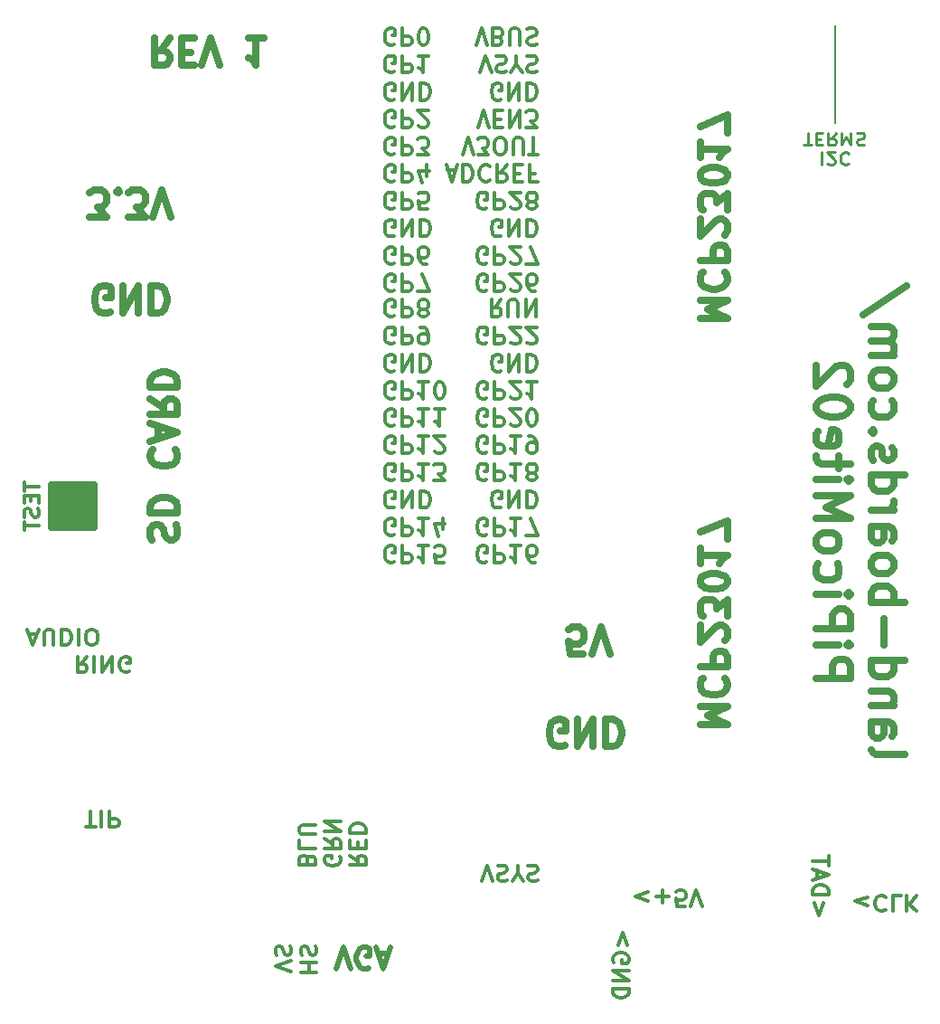
<source format=gbo>
G04 #@! TF.GenerationSoftware,KiCad,Pcbnew,(6.0.1)*
G04 #@! TF.CreationDate,2022-05-27T09:58:54-04:00*
G04 #@! TF.ProjectId,PiPicoMite-02,50695069-636f-44d6-9974-652d30322e6b,2*
G04 #@! TF.SameCoordinates,Original*
G04 #@! TF.FileFunction,Legend,Bot*
G04 #@! TF.FilePolarity,Positive*
%FSLAX46Y46*%
G04 Gerber Fmt 4.6, Leading zero omitted, Abs format (unit mm)*
G04 Created by KiCad (PCBNEW (6.0.1)) date 2022-05-27 09:58:54*
%MOMM*%
%LPD*%
G01*
G04 APERTURE LIST*
%ADD10C,0.150000*%
%ADD11C,0.635000*%
%ADD12C,0.304800*%
%ADD13C,0.500000*%
%ADD14C,0.285750*%
%ADD15C,0.650000*%
G04 APERTURE END LIST*
D10*
X77000000Y-10572000D02*
X77000000Y-1428000D01*
D11*
X64350952Y-28934285D02*
X66890952Y-28934285D01*
X65076666Y-28087619D01*
X66890952Y-27240952D01*
X64350952Y-27240952D01*
X64592857Y-24580000D02*
X64471904Y-24700952D01*
X64350952Y-25063809D01*
X64350952Y-25305714D01*
X64471904Y-25668571D01*
X64713809Y-25910476D01*
X64955714Y-26031428D01*
X65439523Y-26152380D01*
X65802380Y-26152380D01*
X66286190Y-26031428D01*
X66528095Y-25910476D01*
X66770000Y-25668571D01*
X66890952Y-25305714D01*
X66890952Y-25063809D01*
X66770000Y-24700952D01*
X66649047Y-24580000D01*
X64350952Y-23491428D02*
X66890952Y-23491428D01*
X66890952Y-22523809D01*
X66770000Y-22281904D01*
X66649047Y-22160952D01*
X66407142Y-22040000D01*
X66044285Y-22040000D01*
X65802380Y-22160952D01*
X65681428Y-22281904D01*
X65560476Y-22523809D01*
X65560476Y-23491428D01*
X66649047Y-21072380D02*
X66770000Y-20951428D01*
X66890952Y-20709523D01*
X66890952Y-20104761D01*
X66770000Y-19862857D01*
X66649047Y-19741904D01*
X66407142Y-19620952D01*
X66165238Y-19620952D01*
X65802380Y-19741904D01*
X64350952Y-21193333D01*
X64350952Y-19620952D01*
X66890952Y-18774285D02*
X66890952Y-17201904D01*
X65923333Y-18048571D01*
X65923333Y-17685714D01*
X65802380Y-17443809D01*
X65681428Y-17322857D01*
X65439523Y-17201904D01*
X64834761Y-17201904D01*
X64592857Y-17322857D01*
X64471904Y-17443809D01*
X64350952Y-17685714D01*
X64350952Y-18411428D01*
X64471904Y-18653333D01*
X64592857Y-18774285D01*
X66890952Y-15629523D02*
X66890952Y-15387619D01*
X66770000Y-15145714D01*
X66649047Y-15024761D01*
X66407142Y-14903809D01*
X65923333Y-14782857D01*
X65318571Y-14782857D01*
X64834761Y-14903809D01*
X64592857Y-15024761D01*
X64471904Y-15145714D01*
X64350952Y-15387619D01*
X64350952Y-15629523D01*
X64471904Y-15871428D01*
X64592857Y-15992380D01*
X64834761Y-16113333D01*
X65318571Y-16234285D01*
X65923333Y-16234285D01*
X66407142Y-16113333D01*
X66649047Y-15992380D01*
X66770000Y-15871428D01*
X66890952Y-15629523D01*
X64350952Y-12363809D02*
X64350952Y-13815238D01*
X64350952Y-13089523D02*
X66890952Y-13089523D01*
X66528095Y-13331428D01*
X66286190Y-13573333D01*
X66165238Y-13815238D01*
X66890952Y-11517142D02*
X66890952Y-9823809D01*
X64350952Y-10912380D01*
X51658761Y-68834000D02*
X51416857Y-68954952D01*
X51054000Y-68954952D01*
X50691142Y-68834000D01*
X50449238Y-68592095D01*
X50328285Y-68350190D01*
X50207333Y-67866380D01*
X50207333Y-67503523D01*
X50328285Y-67019714D01*
X50449238Y-66777809D01*
X50691142Y-66535904D01*
X51054000Y-66414952D01*
X51295904Y-66414952D01*
X51658761Y-66535904D01*
X51779714Y-66656857D01*
X51779714Y-67503523D01*
X51295904Y-67503523D01*
X52868285Y-66414952D02*
X52868285Y-68954952D01*
X54319714Y-66414952D01*
X54319714Y-68954952D01*
X55529238Y-66414952D02*
X55529238Y-68954952D01*
X56134000Y-68954952D01*
X56496857Y-68834000D01*
X56738761Y-68592095D01*
X56859714Y-68350190D01*
X56980666Y-67866380D01*
X56980666Y-67503523D01*
X56859714Y-67019714D01*
X56738761Y-66777809D01*
X56496857Y-66535904D01*
X56134000Y-66414952D01*
X55529238Y-66414952D01*
D12*
X6922951Y-60547552D02*
X6393784Y-61249076D01*
X6015808Y-60547552D02*
X6015808Y-62020752D01*
X6620570Y-62020752D01*
X6771760Y-61950600D01*
X6847356Y-61880447D01*
X6922951Y-61740142D01*
X6922951Y-61529685D01*
X6847356Y-61389380D01*
X6771760Y-61319228D01*
X6620570Y-61249076D01*
X6015808Y-61249076D01*
X7603308Y-60547552D02*
X7603308Y-62020752D01*
X8359260Y-60547552D02*
X8359260Y-62020752D01*
X9266403Y-60547552D01*
X9266403Y-62020752D01*
X10853903Y-61950600D02*
X10702713Y-62020752D01*
X10475927Y-62020752D01*
X10249141Y-61950600D01*
X10097951Y-61810295D01*
X10022356Y-61669990D01*
X9946760Y-61389380D01*
X9946760Y-61178923D01*
X10022356Y-60898314D01*
X10097951Y-60758009D01*
X10249141Y-60617704D01*
X10475927Y-60547552D01*
X10627118Y-60547552D01*
X10853903Y-60617704D01*
X10929499Y-60687857D01*
X10929499Y-61178923D01*
X10627118Y-61178923D01*
X56684314Y-87585808D02*
X57105228Y-86376284D01*
X57526142Y-87585808D01*
X56263400Y-89173308D02*
X56193247Y-89022118D01*
X56193247Y-88795332D01*
X56263400Y-88568546D01*
X56403704Y-88417356D01*
X56544009Y-88341760D01*
X56824619Y-88266165D01*
X57035076Y-88266165D01*
X57315685Y-88341760D01*
X57455990Y-88417356D01*
X57596295Y-88568546D01*
X57666447Y-88795332D01*
X57666447Y-88946522D01*
X57596295Y-89173308D01*
X57526142Y-89248903D01*
X57035076Y-89248903D01*
X57035076Y-88946522D01*
X57666447Y-89929260D02*
X56193247Y-89929260D01*
X57666447Y-90836403D01*
X56193247Y-90836403D01*
X57666447Y-91592356D02*
X56193247Y-91592356D01*
X56193247Y-91970332D01*
X56263400Y-92197118D01*
X56403704Y-92348308D01*
X56544009Y-92423903D01*
X56824619Y-92499499D01*
X57035076Y-92499499D01*
X57315685Y-92423903D01*
X57455990Y-92348308D01*
X57596295Y-92197118D01*
X57666447Y-91970332D01*
X57666447Y-91592356D01*
D11*
X14659428Y-2660952D02*
X13812761Y-3870476D01*
X13208000Y-2660952D02*
X13208000Y-5200952D01*
X14175619Y-5200952D01*
X14417523Y-5080000D01*
X14538476Y-4959047D01*
X14659428Y-4717142D01*
X14659428Y-4354285D01*
X14538476Y-4112380D01*
X14417523Y-3991428D01*
X14175619Y-3870476D01*
X13208000Y-3870476D01*
X15748000Y-3991428D02*
X16594666Y-3991428D01*
X16957523Y-2660952D02*
X15748000Y-2660952D01*
X15748000Y-5200952D01*
X16957523Y-5200952D01*
X17683238Y-5200952D02*
X18529904Y-2660952D01*
X19376571Y-5200952D01*
X23488952Y-2660952D02*
X22037523Y-2660952D01*
X22763238Y-2660952D02*
X22763238Y-5200952D01*
X22521333Y-4838095D01*
X22279428Y-4596190D01*
X22037523Y-4475238D01*
X9064761Y-28270000D02*
X8822857Y-28390952D01*
X8460000Y-28390952D01*
X8097142Y-28270000D01*
X7855238Y-28028095D01*
X7734285Y-27786190D01*
X7613333Y-27302380D01*
X7613333Y-26939523D01*
X7734285Y-26455714D01*
X7855238Y-26213809D01*
X8097142Y-25971904D01*
X8460000Y-25850952D01*
X8701904Y-25850952D01*
X9064761Y-25971904D01*
X9185714Y-26092857D01*
X9185714Y-26939523D01*
X8701904Y-26939523D01*
X10274285Y-25850952D02*
X10274285Y-28390952D01*
X11725714Y-25850952D01*
X11725714Y-28390952D01*
X12935238Y-25850952D02*
X12935238Y-28390952D01*
X13540000Y-28390952D01*
X13902857Y-28270000D01*
X14144761Y-28028095D01*
X14265714Y-27786190D01*
X14386666Y-27302380D01*
X14386666Y-26939523D01*
X14265714Y-26455714D01*
X14144761Y-26213809D01*
X13902857Y-25971904D01*
X13540000Y-25850952D01*
X12935238Y-25850952D01*
D12*
X1455903Y-58428466D02*
X2211856Y-58428466D01*
X1304713Y-58007552D02*
X1833880Y-59480752D01*
X2363046Y-58007552D01*
X2892213Y-59480752D02*
X2892213Y-58288161D01*
X2967808Y-58147857D01*
X3043403Y-58077704D01*
X3194594Y-58007552D01*
X3496975Y-58007552D01*
X3648165Y-58077704D01*
X3723760Y-58147857D01*
X3799356Y-58288161D01*
X3799356Y-59480752D01*
X4555308Y-58007552D02*
X4555308Y-59480752D01*
X4933284Y-59480752D01*
X5160070Y-59410600D01*
X5311260Y-59270295D01*
X5386856Y-59129990D01*
X5462451Y-58849380D01*
X5462451Y-58638923D01*
X5386856Y-58358314D01*
X5311260Y-58218009D01*
X5160070Y-58077704D01*
X4933284Y-58007552D01*
X4555308Y-58007552D01*
X6142808Y-58007552D02*
X6142808Y-59480752D01*
X7201141Y-59480752D02*
X7503522Y-59480752D01*
X7654713Y-59410600D01*
X7805903Y-59270295D01*
X7881499Y-58989685D01*
X7881499Y-58498619D01*
X7805903Y-58218009D01*
X7654713Y-58077704D01*
X7503522Y-58007552D01*
X7201141Y-58007552D01*
X7049951Y-58077704D01*
X6898760Y-58218009D01*
X6823165Y-58498619D01*
X6823165Y-58989685D01*
X6898760Y-59270295D01*
X7049951Y-59410600D01*
X7201141Y-59480752D01*
X35697643Y-26265187D02*
X35546453Y-26340782D01*
X35319667Y-26340782D01*
X35092881Y-26265187D01*
X34941691Y-26113996D01*
X34866096Y-25962806D01*
X34790500Y-25660425D01*
X34790500Y-25433639D01*
X34866096Y-25131258D01*
X34941691Y-24980067D01*
X35092881Y-24828877D01*
X35319667Y-24753282D01*
X35470858Y-24753282D01*
X35697643Y-24828877D01*
X35773239Y-24904472D01*
X35773239Y-25433639D01*
X35470858Y-25433639D01*
X36453596Y-24753282D02*
X36453596Y-26340782D01*
X37058358Y-26340782D01*
X37209548Y-26265187D01*
X37285143Y-26189591D01*
X37360739Y-26038401D01*
X37360739Y-25811615D01*
X37285143Y-25660425D01*
X37209548Y-25584829D01*
X37058358Y-25509234D01*
X36453596Y-25509234D01*
X37889905Y-26340782D02*
X38948239Y-26340782D01*
X38267881Y-24753282D01*
X35697643Y-23709312D02*
X35546453Y-23784907D01*
X35319667Y-23784907D01*
X35092881Y-23709312D01*
X34941691Y-23558121D01*
X34866096Y-23406931D01*
X34790500Y-23104550D01*
X34790500Y-22877764D01*
X34866096Y-22575383D01*
X34941691Y-22424192D01*
X35092881Y-22273002D01*
X35319667Y-22197407D01*
X35470858Y-22197407D01*
X35697643Y-22273002D01*
X35773239Y-22348597D01*
X35773239Y-22877764D01*
X35470858Y-22877764D01*
X36453596Y-22197407D02*
X36453596Y-23784907D01*
X37058358Y-23784907D01*
X37209548Y-23709312D01*
X37285143Y-23633716D01*
X37360739Y-23482526D01*
X37360739Y-23255740D01*
X37285143Y-23104550D01*
X37209548Y-23028954D01*
X37058358Y-22953359D01*
X36453596Y-22953359D01*
X38721453Y-23784907D02*
X38419072Y-23784907D01*
X38267881Y-23709312D01*
X38192286Y-23633716D01*
X38041096Y-23406931D01*
X37965500Y-23104550D01*
X37965500Y-22499788D01*
X38041096Y-22348597D01*
X38116691Y-22273002D01*
X38267881Y-22197407D01*
X38570262Y-22197407D01*
X38721453Y-22273002D01*
X38797048Y-22348597D01*
X38872643Y-22499788D01*
X38872643Y-22877764D01*
X38797048Y-23028954D01*
X38721453Y-23104550D01*
X38570262Y-23180145D01*
X38267881Y-23180145D01*
X38116691Y-23104550D01*
X38041096Y-23028954D01*
X37965500Y-22877764D01*
X35697643Y-21153437D02*
X35546453Y-21229032D01*
X35319667Y-21229032D01*
X35092881Y-21153437D01*
X34941691Y-21002246D01*
X34866096Y-20851056D01*
X34790500Y-20548675D01*
X34790500Y-20321889D01*
X34866096Y-20019508D01*
X34941691Y-19868317D01*
X35092881Y-19717127D01*
X35319667Y-19641532D01*
X35470858Y-19641532D01*
X35697643Y-19717127D01*
X35773239Y-19792722D01*
X35773239Y-20321889D01*
X35470858Y-20321889D01*
X36453596Y-19641532D02*
X36453596Y-21229032D01*
X37360739Y-19641532D01*
X37360739Y-21229032D01*
X38116691Y-19641532D02*
X38116691Y-21229032D01*
X38494667Y-21229032D01*
X38721453Y-21153437D01*
X38872643Y-21002246D01*
X38948239Y-20851056D01*
X39023834Y-20548675D01*
X39023834Y-20321889D01*
X38948239Y-20019508D01*
X38872643Y-19868317D01*
X38721453Y-19717127D01*
X38494667Y-19641532D01*
X38116691Y-19641532D01*
X35697643Y-18597562D02*
X35546453Y-18673157D01*
X35319667Y-18673157D01*
X35092881Y-18597562D01*
X34941691Y-18446371D01*
X34866096Y-18295181D01*
X34790500Y-17992800D01*
X34790500Y-17766014D01*
X34866096Y-17463633D01*
X34941691Y-17312442D01*
X35092881Y-17161252D01*
X35319667Y-17085657D01*
X35470858Y-17085657D01*
X35697643Y-17161252D01*
X35773239Y-17236847D01*
X35773239Y-17766014D01*
X35470858Y-17766014D01*
X36453596Y-17085657D02*
X36453596Y-18673157D01*
X37058358Y-18673157D01*
X37209548Y-18597562D01*
X37285143Y-18521966D01*
X37360739Y-18370776D01*
X37360739Y-18143990D01*
X37285143Y-17992800D01*
X37209548Y-17917204D01*
X37058358Y-17841609D01*
X36453596Y-17841609D01*
X38797048Y-18673157D02*
X38041096Y-18673157D01*
X37965500Y-17917204D01*
X38041096Y-17992800D01*
X38192286Y-18068395D01*
X38570262Y-18068395D01*
X38721453Y-17992800D01*
X38797048Y-17917204D01*
X38872643Y-17766014D01*
X38872643Y-17388038D01*
X38797048Y-17236847D01*
X38721453Y-17161252D01*
X38570262Y-17085657D01*
X38192286Y-17085657D01*
X38041096Y-17161252D01*
X37965500Y-17236847D01*
X35697643Y-16041687D02*
X35546453Y-16117282D01*
X35319667Y-16117282D01*
X35092881Y-16041687D01*
X34941691Y-15890496D01*
X34866096Y-15739306D01*
X34790500Y-15436925D01*
X34790500Y-15210139D01*
X34866096Y-14907758D01*
X34941691Y-14756567D01*
X35092881Y-14605377D01*
X35319667Y-14529782D01*
X35470858Y-14529782D01*
X35697643Y-14605377D01*
X35773239Y-14680972D01*
X35773239Y-15210139D01*
X35470858Y-15210139D01*
X36453596Y-14529782D02*
X36453596Y-16117282D01*
X37058358Y-16117282D01*
X37209548Y-16041687D01*
X37285143Y-15966091D01*
X37360739Y-15814901D01*
X37360739Y-15588115D01*
X37285143Y-15436925D01*
X37209548Y-15361329D01*
X37058358Y-15285734D01*
X36453596Y-15285734D01*
X38721453Y-15588115D02*
X38721453Y-14529782D01*
X38343477Y-16192877D02*
X37965500Y-15058948D01*
X38948239Y-15058948D01*
X35697643Y-13485812D02*
X35546453Y-13561407D01*
X35319667Y-13561407D01*
X35092881Y-13485812D01*
X34941691Y-13334621D01*
X34866096Y-13183431D01*
X34790500Y-12881050D01*
X34790500Y-12654264D01*
X34866096Y-12351883D01*
X34941691Y-12200692D01*
X35092881Y-12049502D01*
X35319667Y-11973907D01*
X35470858Y-11973907D01*
X35697643Y-12049502D01*
X35773239Y-12125097D01*
X35773239Y-12654264D01*
X35470858Y-12654264D01*
X36453596Y-11973907D02*
X36453596Y-13561407D01*
X37058358Y-13561407D01*
X37209548Y-13485812D01*
X37285143Y-13410216D01*
X37360739Y-13259026D01*
X37360739Y-13032240D01*
X37285143Y-12881050D01*
X37209548Y-12805454D01*
X37058358Y-12729859D01*
X36453596Y-12729859D01*
X37889905Y-13561407D02*
X38872643Y-13561407D01*
X38343477Y-12956645D01*
X38570262Y-12956645D01*
X38721453Y-12881050D01*
X38797048Y-12805454D01*
X38872643Y-12654264D01*
X38872643Y-12276288D01*
X38797048Y-12125097D01*
X38721453Y-12049502D01*
X38570262Y-11973907D01*
X38116691Y-11973907D01*
X37965500Y-12049502D01*
X37889905Y-12125097D01*
X35697643Y-10929937D02*
X35546453Y-11005532D01*
X35319667Y-11005532D01*
X35092881Y-10929937D01*
X34941691Y-10778746D01*
X34866096Y-10627556D01*
X34790500Y-10325175D01*
X34790500Y-10098389D01*
X34866096Y-9796008D01*
X34941691Y-9644817D01*
X35092881Y-9493627D01*
X35319667Y-9418032D01*
X35470858Y-9418032D01*
X35697643Y-9493627D01*
X35773239Y-9569222D01*
X35773239Y-10098389D01*
X35470858Y-10098389D01*
X36453596Y-9418032D02*
X36453596Y-11005532D01*
X37058358Y-11005532D01*
X37209548Y-10929937D01*
X37285143Y-10854341D01*
X37360739Y-10703151D01*
X37360739Y-10476365D01*
X37285143Y-10325175D01*
X37209548Y-10249579D01*
X37058358Y-10173984D01*
X36453596Y-10173984D01*
X37965500Y-10854341D02*
X38041096Y-10929937D01*
X38192286Y-11005532D01*
X38570262Y-11005532D01*
X38721453Y-10929937D01*
X38797048Y-10854341D01*
X38872643Y-10703151D01*
X38872643Y-10551960D01*
X38797048Y-10325175D01*
X37889905Y-9418032D01*
X38872643Y-9418032D01*
X35697643Y-8374062D02*
X35546453Y-8449657D01*
X35319667Y-8449657D01*
X35092881Y-8374062D01*
X34941691Y-8222871D01*
X34866096Y-8071681D01*
X34790500Y-7769300D01*
X34790500Y-7542514D01*
X34866096Y-7240133D01*
X34941691Y-7088942D01*
X35092881Y-6937752D01*
X35319667Y-6862157D01*
X35470858Y-6862157D01*
X35697643Y-6937752D01*
X35773239Y-7013347D01*
X35773239Y-7542514D01*
X35470858Y-7542514D01*
X36453596Y-6862157D02*
X36453596Y-8449657D01*
X37360739Y-6862157D01*
X37360739Y-8449657D01*
X38116691Y-6862157D02*
X38116691Y-8449657D01*
X38494667Y-8449657D01*
X38721453Y-8374062D01*
X38872643Y-8222871D01*
X38948239Y-8071681D01*
X39023834Y-7769300D01*
X39023834Y-7542514D01*
X38948239Y-7240133D01*
X38872643Y-7088942D01*
X38721453Y-6937752D01*
X38494667Y-6862157D01*
X38116691Y-6862157D01*
X35697643Y-5818187D02*
X35546453Y-5893782D01*
X35319667Y-5893782D01*
X35092881Y-5818187D01*
X34941691Y-5666996D01*
X34866096Y-5515806D01*
X34790500Y-5213425D01*
X34790500Y-4986639D01*
X34866096Y-4684258D01*
X34941691Y-4533067D01*
X35092881Y-4381877D01*
X35319667Y-4306282D01*
X35470858Y-4306282D01*
X35697643Y-4381877D01*
X35773239Y-4457472D01*
X35773239Y-4986639D01*
X35470858Y-4986639D01*
X36453596Y-4306282D02*
X36453596Y-5893782D01*
X37058358Y-5893782D01*
X37209548Y-5818187D01*
X37285143Y-5742591D01*
X37360739Y-5591401D01*
X37360739Y-5364615D01*
X37285143Y-5213425D01*
X37209548Y-5137829D01*
X37058358Y-5062234D01*
X36453596Y-5062234D01*
X38872643Y-4306282D02*
X37965500Y-4306282D01*
X38419072Y-4306282D02*
X38419072Y-5893782D01*
X38267881Y-5666996D01*
X38116691Y-5515806D01*
X37965500Y-5440210D01*
X35697643Y-3262312D02*
X35546453Y-3337907D01*
X35319667Y-3337907D01*
X35092881Y-3262312D01*
X34941691Y-3111121D01*
X34866096Y-2959931D01*
X34790500Y-2657550D01*
X34790500Y-2430764D01*
X34866096Y-2128383D01*
X34941691Y-1977192D01*
X35092881Y-1826002D01*
X35319667Y-1750407D01*
X35470858Y-1750407D01*
X35697643Y-1826002D01*
X35773239Y-1901597D01*
X35773239Y-2430764D01*
X35470858Y-2430764D01*
X36453596Y-1750407D02*
X36453596Y-3337907D01*
X37058358Y-3337907D01*
X37209548Y-3262312D01*
X37285143Y-3186716D01*
X37360739Y-3035526D01*
X37360739Y-2808740D01*
X37285143Y-2657550D01*
X37209548Y-2581954D01*
X37058358Y-2506359D01*
X36453596Y-2506359D01*
X38343477Y-3337907D02*
X38494667Y-3337907D01*
X38645858Y-3262312D01*
X38721453Y-3186716D01*
X38797048Y-3035526D01*
X38872643Y-2733145D01*
X38872643Y-2355169D01*
X38797048Y-2052788D01*
X38721453Y-1901597D01*
X38645858Y-1826002D01*
X38494667Y-1750407D01*
X38343477Y-1750407D01*
X38192286Y-1826002D01*
X38116691Y-1901597D01*
X38041096Y-2052788D01*
X37965500Y-2355169D01*
X37965500Y-2733145D01*
X38041096Y-3035526D01*
X38116691Y-3186716D01*
X38192286Y-3262312D01*
X38343477Y-3337907D01*
D11*
X80367565Y-69248261D02*
X80518755Y-69550642D01*
X80821136Y-69701833D01*
X83542565Y-69701833D01*
X80367565Y-66678023D02*
X82030660Y-66678023D01*
X82333041Y-66829214D01*
X82484232Y-67131595D01*
X82484232Y-67736357D01*
X82333041Y-68038738D01*
X80518755Y-66678023D02*
X80367565Y-66980404D01*
X80367565Y-67736357D01*
X80518755Y-68038738D01*
X80821136Y-68189928D01*
X81123517Y-68189928D01*
X81425898Y-68038738D01*
X81577089Y-67736357D01*
X81577089Y-66980404D01*
X81728279Y-66678023D01*
X82484232Y-65166119D02*
X80367565Y-65166119D01*
X82181851Y-65166119D02*
X82333041Y-65014928D01*
X82484232Y-64712547D01*
X82484232Y-64258976D01*
X82333041Y-63956595D01*
X82030660Y-63805404D01*
X80367565Y-63805404D01*
X80367565Y-60932785D02*
X83542565Y-60932785D01*
X80518755Y-60932785D02*
X80367565Y-61235166D01*
X80367565Y-61839928D01*
X80518755Y-62142309D01*
X80669946Y-62293500D01*
X80972327Y-62444690D01*
X81879470Y-62444690D01*
X82181851Y-62293500D01*
X82333041Y-62142309D01*
X82484232Y-61839928D01*
X82484232Y-61235166D01*
X82333041Y-60932785D01*
X81577089Y-59420880D02*
X81577089Y-57001833D01*
X80367565Y-55489928D02*
X83542565Y-55489928D01*
X82333041Y-55489928D02*
X82484232Y-55187547D01*
X82484232Y-54582785D01*
X82333041Y-54280404D01*
X82181851Y-54129214D01*
X81879470Y-53978023D01*
X80972327Y-53978023D01*
X80669946Y-54129214D01*
X80518755Y-54280404D01*
X80367565Y-54582785D01*
X80367565Y-55187547D01*
X80518755Y-55489928D01*
X80367565Y-52163738D02*
X80518755Y-52466119D01*
X80669946Y-52617309D01*
X80972327Y-52768500D01*
X81879470Y-52768500D01*
X82181851Y-52617309D01*
X82333041Y-52466119D01*
X82484232Y-52163738D01*
X82484232Y-51710166D01*
X82333041Y-51407785D01*
X82181851Y-51256595D01*
X81879470Y-51105404D01*
X80972327Y-51105404D01*
X80669946Y-51256595D01*
X80518755Y-51407785D01*
X80367565Y-51710166D01*
X80367565Y-52163738D01*
X80367565Y-48383976D02*
X82030660Y-48383976D01*
X82333041Y-48535166D01*
X82484232Y-48837547D01*
X82484232Y-49442309D01*
X82333041Y-49744690D01*
X80518755Y-48383976D02*
X80367565Y-48686357D01*
X80367565Y-49442309D01*
X80518755Y-49744690D01*
X80821136Y-49895880D01*
X81123517Y-49895880D01*
X81425898Y-49744690D01*
X81577089Y-49442309D01*
X81577089Y-48686357D01*
X81728279Y-48383976D01*
X80367565Y-46872071D02*
X82484232Y-46872071D01*
X81879470Y-46872071D02*
X82181851Y-46720880D01*
X82333041Y-46569690D01*
X82484232Y-46267309D01*
X82484232Y-45964928D01*
X80367565Y-43545880D02*
X83542565Y-43545880D01*
X80518755Y-43545880D02*
X80367565Y-43848261D01*
X80367565Y-44453023D01*
X80518755Y-44755404D01*
X80669946Y-44906595D01*
X80972327Y-45057785D01*
X81879470Y-45057785D01*
X82181851Y-44906595D01*
X82333041Y-44755404D01*
X82484232Y-44453023D01*
X82484232Y-43848261D01*
X82333041Y-43545880D01*
X80518755Y-42185166D02*
X80367565Y-41882785D01*
X80367565Y-41278023D01*
X80518755Y-40975642D01*
X80821136Y-40824452D01*
X80972327Y-40824452D01*
X81274708Y-40975642D01*
X81425898Y-41278023D01*
X81425898Y-41731595D01*
X81577089Y-42033976D01*
X81879470Y-42185166D01*
X82030660Y-42185166D01*
X82333041Y-42033976D01*
X82484232Y-41731595D01*
X82484232Y-41278023D01*
X82333041Y-40975642D01*
X80669946Y-39463738D02*
X80518755Y-39312547D01*
X80367565Y-39463738D01*
X80518755Y-39614928D01*
X80669946Y-39463738D01*
X80367565Y-39463738D01*
X80518755Y-36591119D02*
X80367565Y-36893500D01*
X80367565Y-37498261D01*
X80518755Y-37800642D01*
X80669946Y-37951833D01*
X80972327Y-38103023D01*
X81879470Y-38103023D01*
X82181851Y-37951833D01*
X82333041Y-37800642D01*
X82484232Y-37498261D01*
X82484232Y-36893500D01*
X82333041Y-36591119D01*
X80367565Y-34776833D02*
X80518755Y-35079214D01*
X80669946Y-35230404D01*
X80972327Y-35381595D01*
X81879470Y-35381595D01*
X82181851Y-35230404D01*
X82333041Y-35079214D01*
X82484232Y-34776833D01*
X82484232Y-34323261D01*
X82333041Y-34020880D01*
X82181851Y-33869690D01*
X81879470Y-33718500D01*
X80972327Y-33718500D01*
X80669946Y-33869690D01*
X80518755Y-34020880D01*
X80367565Y-34323261D01*
X80367565Y-34776833D01*
X80367565Y-32357785D02*
X82484232Y-32357785D01*
X82181851Y-32357785D02*
X82333041Y-32206595D01*
X82484232Y-31904214D01*
X82484232Y-31450642D01*
X82333041Y-31148261D01*
X82030660Y-30997071D01*
X80367565Y-30997071D01*
X82030660Y-30997071D02*
X82333041Y-30845880D01*
X82484232Y-30543500D01*
X82484232Y-30089928D01*
X82333041Y-29787547D01*
X82030660Y-29636357D01*
X80367565Y-29636357D01*
X83693755Y-25856595D02*
X79611613Y-28578023D01*
X75255815Y-62595880D02*
X78430815Y-62595880D01*
X78430815Y-61386357D01*
X78279625Y-61083976D01*
X78128434Y-60932785D01*
X77826053Y-60781595D01*
X77372482Y-60781595D01*
X77070101Y-60932785D01*
X76918910Y-61083976D01*
X76767720Y-61386357D01*
X76767720Y-62595880D01*
X75255815Y-59420880D02*
X77372482Y-59420880D01*
X78430815Y-59420880D02*
X78279625Y-59572071D01*
X78128434Y-59420880D01*
X78279625Y-59269690D01*
X78430815Y-59420880D01*
X78128434Y-59420880D01*
X75255815Y-57908976D02*
X78430815Y-57908976D01*
X78430815Y-56699452D01*
X78279625Y-56397071D01*
X78128434Y-56245880D01*
X77826053Y-56094690D01*
X77372482Y-56094690D01*
X77070101Y-56245880D01*
X76918910Y-56397071D01*
X76767720Y-56699452D01*
X76767720Y-57908976D01*
X75255815Y-54733976D02*
X77372482Y-54733976D01*
X78430815Y-54733976D02*
X78279625Y-54885166D01*
X78128434Y-54733976D01*
X78279625Y-54582785D01*
X78430815Y-54733976D01*
X78128434Y-54733976D01*
X75407005Y-51861357D02*
X75255815Y-52163738D01*
X75255815Y-52768500D01*
X75407005Y-53070880D01*
X75558196Y-53222071D01*
X75860577Y-53373261D01*
X76767720Y-53373261D01*
X77070101Y-53222071D01*
X77221291Y-53070880D01*
X77372482Y-52768500D01*
X77372482Y-52163738D01*
X77221291Y-51861357D01*
X75255815Y-50047071D02*
X75407005Y-50349452D01*
X75558196Y-50500642D01*
X75860577Y-50651833D01*
X76767720Y-50651833D01*
X77070101Y-50500642D01*
X77221291Y-50349452D01*
X77372482Y-50047071D01*
X77372482Y-49593500D01*
X77221291Y-49291119D01*
X77070101Y-49139928D01*
X76767720Y-48988738D01*
X75860577Y-48988738D01*
X75558196Y-49139928D01*
X75407005Y-49291119D01*
X75255815Y-49593500D01*
X75255815Y-50047071D01*
X75255815Y-47628023D02*
X78430815Y-47628023D01*
X76162958Y-46569690D01*
X78430815Y-45511357D01*
X75255815Y-45511357D01*
X75255815Y-43999452D02*
X77372482Y-43999452D01*
X78430815Y-43999452D02*
X78279625Y-44150642D01*
X78128434Y-43999452D01*
X78279625Y-43848261D01*
X78430815Y-43999452D01*
X78128434Y-43999452D01*
X77372482Y-42941119D02*
X77372482Y-41731595D01*
X78430815Y-42487547D02*
X75709386Y-42487547D01*
X75407005Y-42336357D01*
X75255815Y-42033976D01*
X75255815Y-41731595D01*
X75407005Y-39463738D02*
X75255815Y-39766119D01*
X75255815Y-40370880D01*
X75407005Y-40673261D01*
X75709386Y-40824452D01*
X76918910Y-40824452D01*
X77221291Y-40673261D01*
X77372482Y-40370880D01*
X77372482Y-39766119D01*
X77221291Y-39463738D01*
X76918910Y-39312547D01*
X76616529Y-39312547D01*
X76314148Y-40824452D01*
X78430815Y-37347071D02*
X78430815Y-37044690D01*
X78279625Y-36742309D01*
X78128434Y-36591119D01*
X77826053Y-36439928D01*
X77221291Y-36288738D01*
X76465339Y-36288738D01*
X75860577Y-36439928D01*
X75558196Y-36591119D01*
X75407005Y-36742309D01*
X75255815Y-37044690D01*
X75255815Y-37347071D01*
X75407005Y-37649452D01*
X75558196Y-37800642D01*
X75860577Y-37951833D01*
X76465339Y-38103023D01*
X77221291Y-38103023D01*
X77826053Y-37951833D01*
X78128434Y-37800642D01*
X78279625Y-37649452D01*
X78430815Y-37347071D01*
X78128434Y-35079214D02*
X78279625Y-34928023D01*
X78430815Y-34625642D01*
X78430815Y-33869690D01*
X78279625Y-33567309D01*
X78128434Y-33416119D01*
X77826053Y-33264928D01*
X77523672Y-33264928D01*
X77070101Y-33416119D01*
X75255815Y-35230404D01*
X75255815Y-33264928D01*
D12*
X44342594Y-51665187D02*
X44191403Y-51740782D01*
X43964618Y-51740782D01*
X43737832Y-51665187D01*
X43586641Y-51513996D01*
X43511046Y-51362806D01*
X43435451Y-51060425D01*
X43435451Y-50833639D01*
X43511046Y-50531258D01*
X43586641Y-50380067D01*
X43737832Y-50228877D01*
X43964618Y-50153282D01*
X44115808Y-50153282D01*
X44342594Y-50228877D01*
X44418189Y-50304472D01*
X44418189Y-50833639D01*
X44115808Y-50833639D01*
X45098546Y-50153282D02*
X45098546Y-51740782D01*
X45703308Y-51740782D01*
X45854499Y-51665187D01*
X45930094Y-51589591D01*
X46005689Y-51438401D01*
X46005689Y-51211615D01*
X45930094Y-51060425D01*
X45854499Y-50984829D01*
X45703308Y-50909234D01*
X45098546Y-50909234D01*
X47517594Y-50153282D02*
X46610451Y-50153282D01*
X47064022Y-50153282D02*
X47064022Y-51740782D01*
X46912832Y-51513996D01*
X46761641Y-51362806D01*
X46610451Y-51287210D01*
X48878308Y-51740782D02*
X48575927Y-51740782D01*
X48424737Y-51665187D01*
X48349141Y-51589591D01*
X48197951Y-51362806D01*
X48122356Y-51060425D01*
X48122356Y-50455663D01*
X48197951Y-50304472D01*
X48273546Y-50228877D01*
X48424737Y-50153282D01*
X48727118Y-50153282D01*
X48878308Y-50228877D01*
X48953903Y-50304472D01*
X49029499Y-50455663D01*
X49029499Y-50833639D01*
X48953903Y-50984829D01*
X48878308Y-51060425D01*
X48727118Y-51136020D01*
X48424737Y-51136020D01*
X48273546Y-51060425D01*
X48197951Y-50984829D01*
X48122356Y-50833639D01*
X44342594Y-49109312D02*
X44191403Y-49184907D01*
X43964618Y-49184907D01*
X43737832Y-49109312D01*
X43586641Y-48958121D01*
X43511046Y-48806931D01*
X43435451Y-48504550D01*
X43435451Y-48277764D01*
X43511046Y-47975383D01*
X43586641Y-47824192D01*
X43737832Y-47673002D01*
X43964618Y-47597407D01*
X44115808Y-47597407D01*
X44342594Y-47673002D01*
X44418189Y-47748597D01*
X44418189Y-48277764D01*
X44115808Y-48277764D01*
X45098546Y-47597407D02*
X45098546Y-49184907D01*
X45703308Y-49184907D01*
X45854499Y-49109312D01*
X45930094Y-49033716D01*
X46005689Y-48882526D01*
X46005689Y-48655740D01*
X45930094Y-48504550D01*
X45854499Y-48428954D01*
X45703308Y-48353359D01*
X45098546Y-48353359D01*
X47517594Y-47597407D02*
X46610451Y-47597407D01*
X47064022Y-47597407D02*
X47064022Y-49184907D01*
X46912832Y-48958121D01*
X46761641Y-48806931D01*
X46610451Y-48731335D01*
X48046760Y-49184907D02*
X49105094Y-49184907D01*
X48424737Y-47597407D01*
X45703308Y-46553437D02*
X45552118Y-46629032D01*
X45325332Y-46629032D01*
X45098546Y-46553437D01*
X44947356Y-46402246D01*
X44871760Y-46251056D01*
X44796165Y-45948675D01*
X44796165Y-45721889D01*
X44871760Y-45419508D01*
X44947356Y-45268317D01*
X45098546Y-45117127D01*
X45325332Y-45041532D01*
X45476522Y-45041532D01*
X45703308Y-45117127D01*
X45778903Y-45192722D01*
X45778903Y-45721889D01*
X45476522Y-45721889D01*
X46459260Y-45041532D02*
X46459260Y-46629032D01*
X47366403Y-45041532D01*
X47366403Y-46629032D01*
X48122356Y-45041532D02*
X48122356Y-46629032D01*
X48500332Y-46629032D01*
X48727118Y-46553437D01*
X48878308Y-46402246D01*
X48953903Y-46251056D01*
X49029499Y-45948675D01*
X49029499Y-45721889D01*
X48953903Y-45419508D01*
X48878308Y-45268317D01*
X48727118Y-45117127D01*
X48500332Y-45041532D01*
X48122356Y-45041532D01*
X44342594Y-43997562D02*
X44191403Y-44073157D01*
X43964618Y-44073157D01*
X43737832Y-43997562D01*
X43586641Y-43846371D01*
X43511046Y-43695181D01*
X43435451Y-43392800D01*
X43435451Y-43166014D01*
X43511046Y-42863633D01*
X43586641Y-42712442D01*
X43737832Y-42561252D01*
X43964618Y-42485657D01*
X44115808Y-42485657D01*
X44342594Y-42561252D01*
X44418189Y-42636847D01*
X44418189Y-43166014D01*
X44115808Y-43166014D01*
X45098546Y-42485657D02*
X45098546Y-44073157D01*
X45703308Y-44073157D01*
X45854499Y-43997562D01*
X45930094Y-43921966D01*
X46005689Y-43770776D01*
X46005689Y-43543990D01*
X45930094Y-43392800D01*
X45854499Y-43317204D01*
X45703308Y-43241609D01*
X45098546Y-43241609D01*
X47517594Y-42485657D02*
X46610451Y-42485657D01*
X47064022Y-42485657D02*
X47064022Y-44073157D01*
X46912832Y-43846371D01*
X46761641Y-43695181D01*
X46610451Y-43619585D01*
X48424737Y-43392800D02*
X48273546Y-43468395D01*
X48197951Y-43543990D01*
X48122356Y-43695181D01*
X48122356Y-43770776D01*
X48197951Y-43921966D01*
X48273546Y-43997562D01*
X48424737Y-44073157D01*
X48727118Y-44073157D01*
X48878308Y-43997562D01*
X48953903Y-43921966D01*
X49029499Y-43770776D01*
X49029499Y-43695181D01*
X48953903Y-43543990D01*
X48878308Y-43468395D01*
X48727118Y-43392800D01*
X48424737Y-43392800D01*
X48273546Y-43317204D01*
X48197951Y-43241609D01*
X48122356Y-43090419D01*
X48122356Y-42788038D01*
X48197951Y-42636847D01*
X48273546Y-42561252D01*
X48424737Y-42485657D01*
X48727118Y-42485657D01*
X48878308Y-42561252D01*
X48953903Y-42636847D01*
X49029499Y-42788038D01*
X49029499Y-43090419D01*
X48953903Y-43241609D01*
X48878308Y-43317204D01*
X48727118Y-43392800D01*
X44342594Y-41441687D02*
X44191403Y-41517282D01*
X43964618Y-41517282D01*
X43737832Y-41441687D01*
X43586641Y-41290496D01*
X43511046Y-41139306D01*
X43435451Y-40836925D01*
X43435451Y-40610139D01*
X43511046Y-40307758D01*
X43586641Y-40156567D01*
X43737832Y-40005377D01*
X43964618Y-39929782D01*
X44115808Y-39929782D01*
X44342594Y-40005377D01*
X44418189Y-40080972D01*
X44418189Y-40610139D01*
X44115808Y-40610139D01*
X45098546Y-39929782D02*
X45098546Y-41517282D01*
X45703308Y-41517282D01*
X45854499Y-41441687D01*
X45930094Y-41366091D01*
X46005689Y-41214901D01*
X46005689Y-40988115D01*
X45930094Y-40836925D01*
X45854499Y-40761329D01*
X45703308Y-40685734D01*
X45098546Y-40685734D01*
X47517594Y-39929782D02*
X46610451Y-39929782D01*
X47064022Y-39929782D02*
X47064022Y-41517282D01*
X46912832Y-41290496D01*
X46761641Y-41139306D01*
X46610451Y-41063710D01*
X48273546Y-39929782D02*
X48575927Y-39929782D01*
X48727118Y-40005377D01*
X48802713Y-40080972D01*
X48953903Y-40307758D01*
X49029499Y-40610139D01*
X49029499Y-41214901D01*
X48953903Y-41366091D01*
X48878308Y-41441687D01*
X48727118Y-41517282D01*
X48424737Y-41517282D01*
X48273546Y-41441687D01*
X48197951Y-41366091D01*
X48122356Y-41214901D01*
X48122356Y-40836925D01*
X48197951Y-40685734D01*
X48273546Y-40610139D01*
X48424737Y-40534544D01*
X48727118Y-40534544D01*
X48878308Y-40610139D01*
X48953903Y-40685734D01*
X49029499Y-40836925D01*
X44342594Y-38885812D02*
X44191403Y-38961407D01*
X43964618Y-38961407D01*
X43737832Y-38885812D01*
X43586641Y-38734621D01*
X43511046Y-38583431D01*
X43435451Y-38281050D01*
X43435451Y-38054264D01*
X43511046Y-37751883D01*
X43586641Y-37600692D01*
X43737832Y-37449502D01*
X43964618Y-37373907D01*
X44115808Y-37373907D01*
X44342594Y-37449502D01*
X44418189Y-37525097D01*
X44418189Y-38054264D01*
X44115808Y-38054264D01*
X45098546Y-37373907D02*
X45098546Y-38961407D01*
X45703308Y-38961407D01*
X45854499Y-38885812D01*
X45930094Y-38810216D01*
X46005689Y-38659026D01*
X46005689Y-38432240D01*
X45930094Y-38281050D01*
X45854499Y-38205454D01*
X45703308Y-38129859D01*
X45098546Y-38129859D01*
X46610451Y-38810216D02*
X46686046Y-38885812D01*
X46837237Y-38961407D01*
X47215213Y-38961407D01*
X47366403Y-38885812D01*
X47441999Y-38810216D01*
X47517594Y-38659026D01*
X47517594Y-38507835D01*
X47441999Y-38281050D01*
X46534856Y-37373907D01*
X47517594Y-37373907D01*
X48500332Y-38961407D02*
X48651522Y-38961407D01*
X48802713Y-38885812D01*
X48878308Y-38810216D01*
X48953903Y-38659026D01*
X49029499Y-38356645D01*
X49029499Y-37978669D01*
X48953903Y-37676288D01*
X48878308Y-37525097D01*
X48802713Y-37449502D01*
X48651522Y-37373907D01*
X48500332Y-37373907D01*
X48349141Y-37449502D01*
X48273546Y-37525097D01*
X48197951Y-37676288D01*
X48122356Y-37978669D01*
X48122356Y-38356645D01*
X48197951Y-38659026D01*
X48273546Y-38810216D01*
X48349141Y-38885812D01*
X48500332Y-38961407D01*
X44342594Y-36329937D02*
X44191403Y-36405532D01*
X43964618Y-36405532D01*
X43737832Y-36329937D01*
X43586641Y-36178746D01*
X43511046Y-36027556D01*
X43435451Y-35725175D01*
X43435451Y-35498389D01*
X43511046Y-35196008D01*
X43586641Y-35044817D01*
X43737832Y-34893627D01*
X43964618Y-34818032D01*
X44115808Y-34818032D01*
X44342594Y-34893627D01*
X44418189Y-34969222D01*
X44418189Y-35498389D01*
X44115808Y-35498389D01*
X45098546Y-34818032D02*
X45098546Y-36405532D01*
X45703308Y-36405532D01*
X45854499Y-36329937D01*
X45930094Y-36254341D01*
X46005689Y-36103151D01*
X46005689Y-35876365D01*
X45930094Y-35725175D01*
X45854499Y-35649579D01*
X45703308Y-35573984D01*
X45098546Y-35573984D01*
X46610451Y-36254341D02*
X46686046Y-36329937D01*
X46837237Y-36405532D01*
X47215213Y-36405532D01*
X47366403Y-36329937D01*
X47441999Y-36254341D01*
X47517594Y-36103151D01*
X47517594Y-35951960D01*
X47441999Y-35725175D01*
X46534856Y-34818032D01*
X47517594Y-34818032D01*
X49029499Y-34818032D02*
X48122356Y-34818032D01*
X48575927Y-34818032D02*
X48575927Y-36405532D01*
X48424737Y-36178746D01*
X48273546Y-36027556D01*
X48122356Y-35951960D01*
X45703308Y-33774062D02*
X45552118Y-33849657D01*
X45325332Y-33849657D01*
X45098546Y-33774062D01*
X44947356Y-33622871D01*
X44871760Y-33471681D01*
X44796165Y-33169300D01*
X44796165Y-32942514D01*
X44871760Y-32640133D01*
X44947356Y-32488942D01*
X45098546Y-32337752D01*
X45325332Y-32262157D01*
X45476522Y-32262157D01*
X45703308Y-32337752D01*
X45778903Y-32413347D01*
X45778903Y-32942514D01*
X45476522Y-32942514D01*
X46459260Y-32262157D02*
X46459260Y-33849657D01*
X47366403Y-32262157D01*
X47366403Y-33849657D01*
X48122356Y-32262157D02*
X48122356Y-33849657D01*
X48500332Y-33849657D01*
X48727118Y-33774062D01*
X48878308Y-33622871D01*
X48953903Y-33471681D01*
X49029499Y-33169300D01*
X49029499Y-32942514D01*
X48953903Y-32640133D01*
X48878308Y-32488942D01*
X48727118Y-32337752D01*
X48500332Y-32262157D01*
X48122356Y-32262157D01*
X44342594Y-31218187D02*
X44191403Y-31293782D01*
X43964618Y-31293782D01*
X43737832Y-31218187D01*
X43586641Y-31066996D01*
X43511046Y-30915806D01*
X43435451Y-30613425D01*
X43435451Y-30386639D01*
X43511046Y-30084258D01*
X43586641Y-29933067D01*
X43737832Y-29781877D01*
X43964618Y-29706282D01*
X44115808Y-29706282D01*
X44342594Y-29781877D01*
X44418189Y-29857472D01*
X44418189Y-30386639D01*
X44115808Y-30386639D01*
X45098546Y-29706282D02*
X45098546Y-31293782D01*
X45703308Y-31293782D01*
X45854499Y-31218187D01*
X45930094Y-31142591D01*
X46005689Y-30991401D01*
X46005689Y-30764615D01*
X45930094Y-30613425D01*
X45854499Y-30537829D01*
X45703308Y-30462234D01*
X45098546Y-30462234D01*
X46610451Y-31142591D02*
X46686046Y-31218187D01*
X46837237Y-31293782D01*
X47215213Y-31293782D01*
X47366403Y-31218187D01*
X47441999Y-31142591D01*
X47517594Y-30991401D01*
X47517594Y-30840210D01*
X47441999Y-30613425D01*
X46534856Y-29706282D01*
X47517594Y-29706282D01*
X48122356Y-31142591D02*
X48197951Y-31218187D01*
X48349141Y-31293782D01*
X48727118Y-31293782D01*
X48878308Y-31218187D01*
X48953903Y-31142591D01*
X49029499Y-30991401D01*
X49029499Y-30840210D01*
X48953903Y-30613425D01*
X48046760Y-29706282D01*
X49029499Y-29706282D01*
X45703308Y-27150407D02*
X45174141Y-27906359D01*
X44796165Y-27150407D02*
X44796165Y-28737907D01*
X45400927Y-28737907D01*
X45552118Y-28662312D01*
X45627713Y-28586716D01*
X45703308Y-28435526D01*
X45703308Y-28208740D01*
X45627713Y-28057550D01*
X45552118Y-27981954D01*
X45400927Y-27906359D01*
X44796165Y-27906359D01*
X46383665Y-28737907D02*
X46383665Y-27452788D01*
X46459260Y-27301597D01*
X46534856Y-27226002D01*
X46686046Y-27150407D01*
X46988427Y-27150407D01*
X47139618Y-27226002D01*
X47215213Y-27301597D01*
X47290808Y-27452788D01*
X47290808Y-28737907D01*
X48046760Y-27150407D02*
X48046760Y-28737907D01*
X48953903Y-27150407D01*
X48953903Y-28737907D01*
X26935478Y-90117143D02*
X28408678Y-90117143D01*
X27707154Y-90117143D02*
X27707154Y-89210000D01*
X26935478Y-89210000D02*
X28408678Y-89210000D01*
X27005630Y-88529643D02*
X26935478Y-88302858D01*
X26935478Y-87924881D01*
X27005630Y-87773691D01*
X27075783Y-87698096D01*
X27216087Y-87622500D01*
X27356392Y-87622500D01*
X27496697Y-87698096D01*
X27566849Y-87773691D01*
X27637002Y-87924881D01*
X27707154Y-88227262D01*
X27777306Y-88378453D01*
X27847459Y-88454048D01*
X27987764Y-88529643D01*
X28128068Y-88529643D01*
X28268373Y-88454048D01*
X28338526Y-88378453D01*
X28408678Y-88227262D01*
X28408678Y-87849286D01*
X28338526Y-87622500D01*
X26036826Y-90041548D02*
X24563626Y-89512381D01*
X26036826Y-88983215D01*
X24633778Y-88529643D02*
X24563626Y-88302858D01*
X24563626Y-87924881D01*
X24633778Y-87773691D01*
X24703931Y-87698096D01*
X24844235Y-87622500D01*
X24984540Y-87622500D01*
X25124845Y-87698096D01*
X25194997Y-87773691D01*
X25265150Y-87924881D01*
X25335302Y-88227262D01*
X25405454Y-88378453D01*
X25475607Y-88454048D01*
X25615912Y-88529643D01*
X25756216Y-88529643D01*
X25896521Y-88454048D01*
X25966674Y-88378453D01*
X26036826Y-88227262D01*
X26036826Y-87849286D01*
X25966674Y-87622500D01*
D13*
X30250904Y-89741238D02*
X30917571Y-87741238D01*
X31584238Y-89741238D01*
X33298523Y-89646000D02*
X33108047Y-89741238D01*
X32822333Y-89741238D01*
X32536619Y-89646000D01*
X32346142Y-89455523D01*
X32250904Y-89265047D01*
X32155666Y-88884095D01*
X32155666Y-88598380D01*
X32250904Y-88217428D01*
X32346142Y-88026952D01*
X32536619Y-87836476D01*
X32822333Y-87741238D01*
X33012809Y-87741238D01*
X33298523Y-87836476D01*
X33393761Y-87931714D01*
X33393761Y-88598380D01*
X33012809Y-88598380D01*
X34155666Y-88312666D02*
X35108047Y-88312666D01*
X33965190Y-87741238D02*
X34631857Y-89741238D01*
X35298523Y-87741238D01*
D11*
X64350952Y-66934285D02*
X66890952Y-66934285D01*
X65076666Y-66087619D01*
X66890952Y-65240952D01*
X64350952Y-65240952D01*
X64592857Y-62580000D02*
X64471904Y-62700952D01*
X64350952Y-63063809D01*
X64350952Y-63305714D01*
X64471904Y-63668571D01*
X64713809Y-63910476D01*
X64955714Y-64031428D01*
X65439523Y-64152380D01*
X65802380Y-64152380D01*
X66286190Y-64031428D01*
X66528095Y-63910476D01*
X66770000Y-63668571D01*
X66890952Y-63305714D01*
X66890952Y-63063809D01*
X66770000Y-62700952D01*
X66649047Y-62580000D01*
X64350952Y-61491428D02*
X66890952Y-61491428D01*
X66890952Y-60523809D01*
X66770000Y-60281904D01*
X66649047Y-60160952D01*
X66407142Y-60040000D01*
X66044285Y-60040000D01*
X65802380Y-60160952D01*
X65681428Y-60281904D01*
X65560476Y-60523809D01*
X65560476Y-61491428D01*
X66649047Y-59072380D02*
X66770000Y-58951428D01*
X66890952Y-58709523D01*
X66890952Y-58104761D01*
X66770000Y-57862857D01*
X66649047Y-57741904D01*
X66407142Y-57620952D01*
X66165238Y-57620952D01*
X65802380Y-57741904D01*
X64350952Y-59193333D01*
X64350952Y-57620952D01*
X66890952Y-56774285D02*
X66890952Y-55201904D01*
X65923333Y-56048571D01*
X65923333Y-55685714D01*
X65802380Y-55443809D01*
X65681428Y-55322857D01*
X65439523Y-55201904D01*
X64834761Y-55201904D01*
X64592857Y-55322857D01*
X64471904Y-55443809D01*
X64350952Y-55685714D01*
X64350952Y-56411428D01*
X64471904Y-56653333D01*
X64592857Y-56774285D01*
X66890952Y-53629523D02*
X66890952Y-53387619D01*
X66770000Y-53145714D01*
X66649047Y-53024761D01*
X66407142Y-52903809D01*
X65923333Y-52782857D01*
X65318571Y-52782857D01*
X64834761Y-52903809D01*
X64592857Y-53024761D01*
X64471904Y-53145714D01*
X64350952Y-53387619D01*
X64350952Y-53629523D01*
X64471904Y-53871428D01*
X64592857Y-53992380D01*
X64834761Y-54113333D01*
X65318571Y-54234285D01*
X65923333Y-54234285D01*
X66407142Y-54113333D01*
X66649047Y-53992380D01*
X66770000Y-53871428D01*
X66890952Y-53629523D01*
X64350952Y-50363809D02*
X64350952Y-51815238D01*
X64350952Y-51089523D02*
X66890952Y-51089523D01*
X66528095Y-51331428D01*
X66286190Y-51573333D01*
X66165238Y-51815238D01*
X66890952Y-49517142D02*
X66890952Y-47823809D01*
X64350952Y-48912380D01*
D12*
X59459808Y-83409685D02*
X58250284Y-82988771D01*
X59459808Y-82567857D01*
X60215760Y-82988771D02*
X61425284Y-82988771D01*
X60820522Y-82427552D02*
X60820522Y-83549990D01*
X62937189Y-83900752D02*
X62181237Y-83900752D01*
X62105641Y-83199228D01*
X62181237Y-83269380D01*
X62332427Y-83339533D01*
X62710403Y-83339533D01*
X62861594Y-83269380D01*
X62937189Y-83199228D01*
X63012784Y-83058923D01*
X63012784Y-82708161D01*
X62937189Y-82567857D01*
X62861594Y-82497704D01*
X62710403Y-82427552D01*
X62332427Y-82427552D01*
X62181237Y-82497704D01*
X62105641Y-82567857D01*
X63466356Y-83900752D02*
X63995522Y-82427552D01*
X64524689Y-83900752D01*
D11*
X12971904Y-49620369D02*
X12850952Y-49257511D01*
X12850952Y-48652750D01*
X12971904Y-48410845D01*
X13092857Y-48289892D01*
X13334761Y-48168940D01*
X13576666Y-48168940D01*
X13818571Y-48289892D01*
X13939523Y-48410845D01*
X14060476Y-48652750D01*
X14181428Y-49136559D01*
X14302380Y-49378464D01*
X14423333Y-49499416D01*
X14665238Y-49620369D01*
X14907142Y-49620369D01*
X15149047Y-49499416D01*
X15269999Y-49378464D01*
X15390952Y-49136559D01*
X15390952Y-48531797D01*
X15269999Y-48168940D01*
X12850952Y-47080369D02*
X15390952Y-47080369D01*
X15390952Y-46475607D01*
X15269999Y-46112750D01*
X15028095Y-45870845D01*
X14786190Y-45749892D01*
X14302380Y-45628940D01*
X13939523Y-45628940D01*
X13455714Y-45749892D01*
X13213809Y-45870845D01*
X12971904Y-46112750D01*
X12850952Y-46475607D01*
X12850952Y-47080369D01*
X13092857Y-41153702D02*
X12971904Y-41274654D01*
X12850952Y-41637511D01*
X12850952Y-41879416D01*
X12971904Y-42242273D01*
X13213809Y-42484178D01*
X13455714Y-42605130D01*
X13939523Y-42726083D01*
X14302380Y-42726083D01*
X14786190Y-42605130D01*
X15028095Y-42484178D01*
X15269999Y-42242273D01*
X15390952Y-41879416D01*
X15390952Y-41637511D01*
X15269999Y-41274654D01*
X15149047Y-41153702D01*
X13576666Y-40186083D02*
X13576666Y-38976559D01*
X12850952Y-40427988D02*
X15390952Y-39581321D01*
X12850952Y-38734654D01*
X12850952Y-36436559D02*
X14060476Y-37283226D01*
X12850952Y-37887988D02*
X15390952Y-37887988D01*
X15390952Y-36920369D01*
X15270000Y-36678464D01*
X15149047Y-36557511D01*
X14907142Y-36436559D01*
X14544285Y-36436559D01*
X14302380Y-36557511D01*
X14181428Y-36678464D01*
X14060476Y-36920369D01*
X14060476Y-37887988D01*
X12850952Y-35347988D02*
X15390952Y-35347988D01*
X15390952Y-34743226D01*
X15270000Y-34380369D01*
X15028095Y-34138464D01*
X14786190Y-34017511D01*
X14302380Y-33896559D01*
X13939523Y-33896559D01*
X13455714Y-34017511D01*
X13213809Y-34138464D01*
X12971904Y-34380369D01*
X12850952Y-34743226D01*
X12850952Y-35347988D01*
D12*
X43864832Y-81553352D02*
X44393999Y-80080152D01*
X44923165Y-81553352D01*
X45376737Y-80150304D02*
X45603522Y-80080152D01*
X45981499Y-80080152D01*
X46132689Y-80150304D01*
X46208284Y-80220457D01*
X46283880Y-80360761D01*
X46283880Y-80501066D01*
X46208284Y-80641371D01*
X46132689Y-80711523D01*
X45981499Y-80781676D01*
X45679118Y-80851828D01*
X45527927Y-80921980D01*
X45452332Y-80992133D01*
X45376737Y-81132438D01*
X45376737Y-81272742D01*
X45452332Y-81413047D01*
X45527927Y-81483200D01*
X45679118Y-81553352D01*
X46057094Y-81553352D01*
X46283880Y-81483200D01*
X47266618Y-80781676D02*
X47266618Y-80080152D01*
X46737451Y-81553352D02*
X47266618Y-80781676D01*
X47795784Y-81553352D01*
X48249356Y-80150304D02*
X48476141Y-80080152D01*
X48854118Y-80080152D01*
X49005308Y-80150304D01*
X49080903Y-80220457D01*
X49156499Y-80360761D01*
X49156499Y-80501066D01*
X49080903Y-80641371D01*
X49005308Y-80711523D01*
X48854118Y-80781676D01*
X48551737Y-80851828D01*
X48400546Y-80921980D01*
X48324951Y-80992133D01*
X48249356Y-81132438D01*
X48249356Y-81272742D01*
X48324951Y-81413047D01*
X48400546Y-81483200D01*
X48551737Y-81553352D01*
X48929713Y-81553352D01*
X49156499Y-81483200D01*
X31550404Y-79161760D02*
X32251928Y-79690927D01*
X31550404Y-80068903D02*
X33023604Y-80068903D01*
X33023604Y-79464141D01*
X32953452Y-79312951D01*
X32883299Y-79237356D01*
X32742994Y-79161760D01*
X32532537Y-79161760D01*
X32392232Y-79237356D01*
X32322080Y-79312951D01*
X32251928Y-79464141D01*
X32251928Y-80068903D01*
X32322080Y-78481403D02*
X32322080Y-77952237D01*
X31550404Y-77725451D02*
X31550404Y-78481403D01*
X33023604Y-78481403D01*
X33023604Y-77725451D01*
X31550404Y-77045094D02*
X33023604Y-77045094D01*
X33023604Y-76667118D01*
X32953452Y-76440332D01*
X32813147Y-76289141D01*
X32672842Y-76213546D01*
X32392232Y-76137951D01*
X32181775Y-76137951D01*
X31901166Y-76213546D01*
X31760861Y-76289141D01*
X31620556Y-76440332D01*
X31550404Y-76667118D01*
X31550404Y-77045094D01*
X30581600Y-79237356D02*
X30651752Y-79388546D01*
X30651752Y-79615332D01*
X30581600Y-79842118D01*
X30441295Y-79993308D01*
X30300990Y-80068903D01*
X30020380Y-80144499D01*
X29809923Y-80144499D01*
X29529314Y-80068903D01*
X29389009Y-79993308D01*
X29248704Y-79842118D01*
X29178552Y-79615332D01*
X29178552Y-79464141D01*
X29248704Y-79237356D01*
X29318857Y-79161760D01*
X29809923Y-79161760D01*
X29809923Y-79464141D01*
X29178552Y-77574260D02*
X29880076Y-78103427D01*
X29178552Y-78481403D02*
X30651752Y-78481403D01*
X30651752Y-77876641D01*
X30581600Y-77725451D01*
X30511447Y-77649856D01*
X30371142Y-77574260D01*
X30160685Y-77574260D01*
X30020380Y-77649856D01*
X29950228Y-77725451D01*
X29880076Y-77876641D01*
X29880076Y-78481403D01*
X29178552Y-76893903D02*
X30651752Y-76893903D01*
X29178552Y-75986760D01*
X30651752Y-75986760D01*
X27578376Y-79539737D02*
X27508224Y-79312951D01*
X27438071Y-79237356D01*
X27297767Y-79161760D01*
X27087309Y-79161760D01*
X26947005Y-79237356D01*
X26876852Y-79312951D01*
X26806700Y-79464141D01*
X26806700Y-80068903D01*
X28279900Y-80068903D01*
X28279900Y-79539737D01*
X28209748Y-79388546D01*
X28139595Y-79312951D01*
X27999290Y-79237356D01*
X27858986Y-79237356D01*
X27718681Y-79312951D01*
X27648528Y-79388546D01*
X27578376Y-79539737D01*
X27578376Y-80068903D01*
X26806700Y-77725451D02*
X26806700Y-78481403D01*
X28279900Y-78481403D01*
X28279900Y-77196284D02*
X27087309Y-77196284D01*
X26947005Y-77120689D01*
X26876852Y-77045094D01*
X26806700Y-76893903D01*
X26806700Y-76591522D01*
X26876852Y-76440332D01*
X26947005Y-76364737D01*
X27087309Y-76289141D01*
X28279900Y-76289141D01*
X75880685Y-83600834D02*
X75459771Y-84810358D01*
X75038857Y-83600834D01*
X74898552Y-82844881D02*
X76371752Y-82844881D01*
X76371752Y-82466905D01*
X76301600Y-82240120D01*
X76161295Y-82088929D01*
X76020990Y-82013334D01*
X75740380Y-81937739D01*
X75529923Y-81937739D01*
X75249314Y-82013334D01*
X75109009Y-82088929D01*
X74968704Y-82240120D01*
X74898552Y-82466905D01*
X74898552Y-82844881D01*
X75319466Y-81332977D02*
X75319466Y-80577024D01*
X74898552Y-81484167D02*
X76371752Y-80955000D01*
X74898552Y-80425834D01*
X76371752Y-80123453D02*
X76371752Y-79216310D01*
X74898552Y-79669881D02*
X76371752Y-79669881D01*
D11*
X7172476Y-19424952D02*
X8744857Y-19424952D01*
X7898190Y-18457333D01*
X8261047Y-18457333D01*
X8502952Y-18336380D01*
X8623904Y-18215428D01*
X8744857Y-17973523D01*
X8744857Y-17368761D01*
X8623904Y-17126857D01*
X8502952Y-17005904D01*
X8261047Y-16884952D01*
X7535333Y-16884952D01*
X7293428Y-17005904D01*
X7172476Y-17126857D01*
X9833428Y-17126857D02*
X9954380Y-17005904D01*
X9833428Y-16884952D01*
X9712476Y-17005904D01*
X9833428Y-17126857D01*
X9833428Y-16884952D01*
X10801047Y-19424952D02*
X12373428Y-19424952D01*
X11526761Y-18457333D01*
X11889619Y-18457333D01*
X12131523Y-18336380D01*
X12252476Y-18215428D01*
X12373428Y-17973523D01*
X12373428Y-17368761D01*
X12252476Y-17126857D01*
X12131523Y-17005904D01*
X11889619Y-16884952D01*
X11163904Y-16884952D01*
X10922000Y-17005904D01*
X10801047Y-17126857D01*
X13099142Y-19424952D02*
X13945809Y-16884952D01*
X14792476Y-19424952D01*
D14*
X75722238Y-13357043D02*
X75722238Y-14500043D01*
X76266523Y-14391186D02*
X76327000Y-14445615D01*
X76447952Y-14500043D01*
X76750333Y-14500043D01*
X76871285Y-14445615D01*
X76931761Y-14391186D01*
X76992238Y-14282329D01*
X76992238Y-14173472D01*
X76931761Y-14010186D01*
X76206047Y-13357043D01*
X76992238Y-13357043D01*
X78262238Y-13465900D02*
X78201761Y-13411472D01*
X78020333Y-13357043D01*
X77899380Y-13357043D01*
X77717952Y-13411472D01*
X77597000Y-13520329D01*
X77536523Y-13629186D01*
X77476047Y-13846900D01*
X77476047Y-14010186D01*
X77536523Y-14227900D01*
X77597000Y-14336757D01*
X77717952Y-14445615D01*
X77899380Y-14500043D01*
X78020333Y-14500043D01*
X78201761Y-14445615D01*
X78262238Y-14391186D01*
X74059142Y-12659813D02*
X74784857Y-12659813D01*
X74422000Y-11516813D02*
X74422000Y-12659813D01*
X75208190Y-12115527D02*
X75631523Y-12115527D01*
X75812952Y-11516813D02*
X75208190Y-11516813D01*
X75208190Y-12659813D01*
X75812952Y-12659813D01*
X77082952Y-11516813D02*
X76659619Y-12061099D01*
X76357238Y-11516813D02*
X76357238Y-12659813D01*
X76841047Y-12659813D01*
X76962000Y-12605385D01*
X77022476Y-12550956D01*
X77082952Y-12442099D01*
X77082952Y-12278813D01*
X77022476Y-12169956D01*
X76962000Y-12115527D01*
X76841047Y-12061099D01*
X76357238Y-12061099D01*
X77627238Y-11516813D02*
X77627238Y-12659813D01*
X78050571Y-11843385D01*
X78473904Y-12659813D01*
X78473904Y-11516813D01*
X79018190Y-11571242D02*
X79199619Y-11516813D01*
X79502000Y-11516813D01*
X79622952Y-11571242D01*
X79683428Y-11625670D01*
X79743904Y-11734527D01*
X79743904Y-11843385D01*
X79683428Y-11952242D01*
X79622952Y-12006670D01*
X79502000Y-12061099D01*
X79260095Y-12115527D01*
X79139142Y-12169956D01*
X79078666Y-12224385D01*
X79018190Y-12333242D01*
X79018190Y-12442099D01*
X79078666Y-12550956D01*
X79139142Y-12605385D01*
X79260095Y-12659813D01*
X79562476Y-12659813D01*
X79743904Y-12605385D01*
D11*
X53364190Y-60318952D02*
X52154666Y-60318952D01*
X52033714Y-59109428D01*
X52154666Y-59230380D01*
X52396571Y-59351333D01*
X53001333Y-59351333D01*
X53243238Y-59230380D01*
X53364190Y-59109428D01*
X53485142Y-58867523D01*
X53485142Y-58262761D01*
X53364190Y-58020857D01*
X53243238Y-57899904D01*
X53001333Y-57778952D01*
X52396571Y-57778952D01*
X52154666Y-57899904D01*
X52033714Y-58020857D01*
X54210857Y-60318952D02*
X55057523Y-57778952D01*
X55904190Y-60318952D01*
D12*
X80053784Y-83881685D02*
X78844260Y-83460771D01*
X80053784Y-83039857D01*
X81716880Y-83039857D02*
X81641284Y-82969704D01*
X81414499Y-82899552D01*
X81263308Y-82899552D01*
X81036522Y-82969704D01*
X80885332Y-83110009D01*
X80809737Y-83250314D01*
X80734141Y-83530923D01*
X80734141Y-83741380D01*
X80809737Y-84021990D01*
X80885332Y-84162295D01*
X81036522Y-84302600D01*
X81263308Y-84372752D01*
X81414499Y-84372752D01*
X81641284Y-84302600D01*
X81716880Y-84232447D01*
X83153189Y-82899552D02*
X82397237Y-82899552D01*
X82397237Y-84372752D01*
X83682356Y-82899552D02*
X83682356Y-84372752D01*
X84589499Y-82899552D02*
X83909141Y-83741380D01*
X84589499Y-84372752D02*
X83682356Y-83530923D01*
X6814094Y-76498752D02*
X7721237Y-76498752D01*
X7267665Y-75025552D02*
X7267665Y-76498752D01*
X8250403Y-75025552D02*
X8250403Y-76498752D01*
X9006356Y-75025552D02*
X9006356Y-76498752D01*
X9611118Y-76498752D01*
X9762308Y-76428600D01*
X9837903Y-76358447D01*
X9913499Y-76218142D01*
X9913499Y-76007685D01*
X9837903Y-75867380D01*
X9762308Y-75797228D01*
X9611118Y-75727076D01*
X9006356Y-75727076D01*
X44342594Y-26265187D02*
X44191403Y-26340782D01*
X43964618Y-26340782D01*
X43737832Y-26265187D01*
X43586641Y-26113996D01*
X43511046Y-25962806D01*
X43435451Y-25660425D01*
X43435451Y-25433639D01*
X43511046Y-25131258D01*
X43586641Y-24980067D01*
X43737832Y-24828877D01*
X43964618Y-24753282D01*
X44115808Y-24753282D01*
X44342594Y-24828877D01*
X44418189Y-24904472D01*
X44418189Y-25433639D01*
X44115808Y-25433639D01*
X45098546Y-24753282D02*
X45098546Y-26340782D01*
X45703308Y-26340782D01*
X45854499Y-26265187D01*
X45930094Y-26189591D01*
X46005689Y-26038401D01*
X46005689Y-25811615D01*
X45930094Y-25660425D01*
X45854499Y-25584829D01*
X45703308Y-25509234D01*
X45098546Y-25509234D01*
X46610451Y-26189591D02*
X46686046Y-26265187D01*
X46837237Y-26340782D01*
X47215213Y-26340782D01*
X47366403Y-26265187D01*
X47441999Y-26189591D01*
X47517594Y-26038401D01*
X47517594Y-25887210D01*
X47441999Y-25660425D01*
X46534856Y-24753282D01*
X47517594Y-24753282D01*
X48878308Y-26340782D02*
X48575927Y-26340782D01*
X48424737Y-26265187D01*
X48349141Y-26189591D01*
X48197951Y-25962806D01*
X48122356Y-25660425D01*
X48122356Y-25055663D01*
X48197951Y-24904472D01*
X48273546Y-24828877D01*
X48424737Y-24753282D01*
X48727118Y-24753282D01*
X48878308Y-24828877D01*
X48953903Y-24904472D01*
X49029499Y-25055663D01*
X49029499Y-25433639D01*
X48953903Y-25584829D01*
X48878308Y-25660425D01*
X48727118Y-25736020D01*
X48424737Y-25736020D01*
X48273546Y-25660425D01*
X48197951Y-25584829D01*
X48122356Y-25433639D01*
X44342594Y-23709312D02*
X44191403Y-23784907D01*
X43964618Y-23784907D01*
X43737832Y-23709312D01*
X43586641Y-23558121D01*
X43511046Y-23406931D01*
X43435451Y-23104550D01*
X43435451Y-22877764D01*
X43511046Y-22575383D01*
X43586641Y-22424192D01*
X43737832Y-22273002D01*
X43964618Y-22197407D01*
X44115808Y-22197407D01*
X44342594Y-22273002D01*
X44418189Y-22348597D01*
X44418189Y-22877764D01*
X44115808Y-22877764D01*
X45098546Y-22197407D02*
X45098546Y-23784907D01*
X45703308Y-23784907D01*
X45854499Y-23709312D01*
X45930094Y-23633716D01*
X46005689Y-23482526D01*
X46005689Y-23255740D01*
X45930094Y-23104550D01*
X45854499Y-23028954D01*
X45703308Y-22953359D01*
X45098546Y-22953359D01*
X46610451Y-23633716D02*
X46686046Y-23709312D01*
X46837237Y-23784907D01*
X47215213Y-23784907D01*
X47366403Y-23709312D01*
X47441999Y-23633716D01*
X47517594Y-23482526D01*
X47517594Y-23331335D01*
X47441999Y-23104550D01*
X46534856Y-22197407D01*
X47517594Y-22197407D01*
X48046760Y-23784907D02*
X49105094Y-23784907D01*
X48424737Y-22197407D01*
X45703308Y-21153437D02*
X45552118Y-21229032D01*
X45325332Y-21229032D01*
X45098546Y-21153437D01*
X44947356Y-21002246D01*
X44871760Y-20851056D01*
X44796165Y-20548675D01*
X44796165Y-20321889D01*
X44871760Y-20019508D01*
X44947356Y-19868317D01*
X45098546Y-19717127D01*
X45325332Y-19641532D01*
X45476522Y-19641532D01*
X45703308Y-19717127D01*
X45778903Y-19792722D01*
X45778903Y-20321889D01*
X45476522Y-20321889D01*
X46459260Y-19641532D02*
X46459260Y-21229032D01*
X47366403Y-19641532D01*
X47366403Y-21229032D01*
X48122356Y-19641532D02*
X48122356Y-21229032D01*
X48500332Y-21229032D01*
X48727118Y-21153437D01*
X48878308Y-21002246D01*
X48953903Y-20851056D01*
X49029499Y-20548675D01*
X49029499Y-20321889D01*
X48953903Y-20019508D01*
X48878308Y-19868317D01*
X48727118Y-19717127D01*
X48500332Y-19641532D01*
X48122356Y-19641532D01*
X44342594Y-18597562D02*
X44191403Y-18673157D01*
X43964618Y-18673157D01*
X43737832Y-18597562D01*
X43586641Y-18446371D01*
X43511046Y-18295181D01*
X43435451Y-17992800D01*
X43435451Y-17766014D01*
X43511046Y-17463633D01*
X43586641Y-17312442D01*
X43737832Y-17161252D01*
X43964618Y-17085657D01*
X44115808Y-17085657D01*
X44342594Y-17161252D01*
X44418189Y-17236847D01*
X44418189Y-17766014D01*
X44115808Y-17766014D01*
X45098546Y-17085657D02*
X45098546Y-18673157D01*
X45703308Y-18673157D01*
X45854499Y-18597562D01*
X45930094Y-18521966D01*
X46005689Y-18370776D01*
X46005689Y-18143990D01*
X45930094Y-17992800D01*
X45854499Y-17917204D01*
X45703308Y-17841609D01*
X45098546Y-17841609D01*
X46610451Y-18521966D02*
X46686046Y-18597562D01*
X46837237Y-18673157D01*
X47215213Y-18673157D01*
X47366403Y-18597562D01*
X47441999Y-18521966D01*
X47517594Y-18370776D01*
X47517594Y-18219585D01*
X47441999Y-17992800D01*
X46534856Y-17085657D01*
X47517594Y-17085657D01*
X48424737Y-17992800D02*
X48273546Y-18068395D01*
X48197951Y-18143990D01*
X48122356Y-18295181D01*
X48122356Y-18370776D01*
X48197951Y-18521966D01*
X48273546Y-18597562D01*
X48424737Y-18673157D01*
X48727118Y-18673157D01*
X48878308Y-18597562D01*
X48953903Y-18521966D01*
X49029499Y-18370776D01*
X49029499Y-18295181D01*
X48953903Y-18143990D01*
X48878308Y-18068395D01*
X48727118Y-17992800D01*
X48424737Y-17992800D01*
X48273546Y-17917204D01*
X48197951Y-17841609D01*
X48122356Y-17690419D01*
X48122356Y-17388038D01*
X48197951Y-17236847D01*
X48273546Y-17161252D01*
X48424737Y-17085657D01*
X48727118Y-17085657D01*
X48878308Y-17161252D01*
X48953903Y-17236847D01*
X49029499Y-17388038D01*
X49029499Y-17690419D01*
X48953903Y-17841609D01*
X48878308Y-17917204D01*
X48727118Y-17992800D01*
X40714022Y-14983353D02*
X41469975Y-14983353D01*
X40562832Y-14529782D02*
X41091999Y-16117282D01*
X41621165Y-14529782D01*
X42150332Y-14529782D02*
X42150332Y-16117282D01*
X42528308Y-16117282D01*
X42755094Y-16041687D01*
X42906284Y-15890496D01*
X42981880Y-15739306D01*
X43057475Y-15436925D01*
X43057475Y-15210139D01*
X42981880Y-14907758D01*
X42906284Y-14756567D01*
X42755094Y-14605377D01*
X42528308Y-14529782D01*
X42150332Y-14529782D01*
X44644975Y-14680972D02*
X44569380Y-14605377D01*
X44342594Y-14529782D01*
X44191403Y-14529782D01*
X43964618Y-14605377D01*
X43813427Y-14756567D01*
X43737832Y-14907758D01*
X43662237Y-15210139D01*
X43662237Y-15436925D01*
X43737832Y-15739306D01*
X43813427Y-15890496D01*
X43964618Y-16041687D01*
X44191403Y-16117282D01*
X44342594Y-16117282D01*
X44569380Y-16041687D01*
X44644975Y-15966091D01*
X46232475Y-14529782D02*
X45703308Y-15285734D01*
X45325332Y-14529782D02*
X45325332Y-16117282D01*
X45930094Y-16117282D01*
X46081284Y-16041687D01*
X46156880Y-15966091D01*
X46232475Y-15814901D01*
X46232475Y-15588115D01*
X46156880Y-15436925D01*
X46081284Y-15361329D01*
X45930094Y-15285734D01*
X45325332Y-15285734D01*
X46912832Y-15361329D02*
X47441999Y-15361329D01*
X47668784Y-14529782D02*
X46912832Y-14529782D01*
X46912832Y-16117282D01*
X47668784Y-16117282D01*
X48878308Y-15361329D02*
X48349141Y-15361329D01*
X48349141Y-14529782D02*
X48349141Y-16117282D01*
X49105094Y-16117282D01*
X42074737Y-13561407D02*
X42603903Y-11973907D01*
X43133070Y-13561407D01*
X43511046Y-13561407D02*
X44493784Y-13561407D01*
X43964618Y-12956645D01*
X44191403Y-12956645D01*
X44342594Y-12881050D01*
X44418189Y-12805454D01*
X44493784Y-12654264D01*
X44493784Y-12276288D01*
X44418189Y-12125097D01*
X44342594Y-12049502D01*
X44191403Y-11973907D01*
X43737832Y-11973907D01*
X43586641Y-12049502D01*
X43511046Y-12125097D01*
X45476522Y-13561407D02*
X45778903Y-13561407D01*
X45930094Y-13485812D01*
X46081284Y-13334621D01*
X46156880Y-13032240D01*
X46156880Y-12503073D01*
X46081284Y-12200692D01*
X45930094Y-12049502D01*
X45778903Y-11973907D01*
X45476522Y-11973907D01*
X45325332Y-12049502D01*
X45174141Y-12200692D01*
X45098546Y-12503073D01*
X45098546Y-13032240D01*
X45174141Y-13334621D01*
X45325332Y-13485812D01*
X45476522Y-13561407D01*
X46837237Y-13561407D02*
X46837237Y-12276288D01*
X46912832Y-12125097D01*
X46988427Y-12049502D01*
X47139618Y-11973907D01*
X47441999Y-11973907D01*
X47593189Y-12049502D01*
X47668784Y-12125097D01*
X47744380Y-12276288D01*
X47744380Y-13561407D01*
X48273546Y-13561407D02*
X49180689Y-13561407D01*
X48727118Y-11973907D02*
X48727118Y-13561407D01*
X43511046Y-11005532D02*
X44040213Y-9418032D01*
X44569380Y-11005532D01*
X45098546Y-10249579D02*
X45627713Y-10249579D01*
X45854499Y-9418032D02*
X45098546Y-9418032D01*
X45098546Y-11005532D01*
X45854499Y-11005532D01*
X46534856Y-9418032D02*
X46534856Y-11005532D01*
X47441999Y-9418032D01*
X47441999Y-11005532D01*
X48046760Y-11005532D02*
X49029499Y-11005532D01*
X48500332Y-10400770D01*
X48727118Y-10400770D01*
X48878308Y-10325175D01*
X48953903Y-10249579D01*
X49029499Y-10098389D01*
X49029499Y-9720413D01*
X48953903Y-9569222D01*
X48878308Y-9493627D01*
X48727118Y-9418032D01*
X48273546Y-9418032D01*
X48122356Y-9493627D01*
X48046760Y-9569222D01*
X45703308Y-8374062D02*
X45552118Y-8449657D01*
X45325332Y-8449657D01*
X45098546Y-8374061D01*
X44947356Y-8222871D01*
X44871760Y-8071681D01*
X44796165Y-7769300D01*
X44796165Y-7542514D01*
X44871760Y-7240133D01*
X44947356Y-7088942D01*
X45098546Y-6937752D01*
X45325332Y-6862157D01*
X45476522Y-6862157D01*
X45703308Y-6937752D01*
X45778903Y-7013347D01*
X45778903Y-7542514D01*
X45476522Y-7542514D01*
X46459260Y-6862157D02*
X46459260Y-8449657D01*
X47366403Y-6862157D01*
X47366403Y-8449657D01*
X48122356Y-6862157D02*
X48122356Y-8449657D01*
X48500332Y-8449657D01*
X48727118Y-8374062D01*
X48878308Y-8222871D01*
X48953903Y-8071681D01*
X49029499Y-7769300D01*
X49029499Y-7542514D01*
X48953903Y-7240133D01*
X48878308Y-7088942D01*
X48727118Y-6937752D01*
X48500332Y-6862157D01*
X48122356Y-6862157D01*
X43737832Y-5893782D02*
X44266999Y-4306282D01*
X44796165Y-5893782D01*
X45249737Y-4381877D02*
X45476522Y-4306282D01*
X45854499Y-4306282D01*
X46005689Y-4381877D01*
X46081284Y-4457472D01*
X46156880Y-4608663D01*
X46156880Y-4759853D01*
X46081284Y-4911044D01*
X46005689Y-4986639D01*
X45854499Y-5062234D01*
X45552118Y-5137829D01*
X45400927Y-5213425D01*
X45325332Y-5289020D01*
X45249737Y-5440210D01*
X45249737Y-5591401D01*
X45325332Y-5742591D01*
X45400927Y-5818187D01*
X45552118Y-5893782D01*
X45930094Y-5893782D01*
X46156880Y-5818187D01*
X47139618Y-5062234D02*
X47139618Y-4306282D01*
X46610451Y-5893782D02*
X47139618Y-5062234D01*
X47668784Y-5893782D01*
X48122356Y-4381877D02*
X48349141Y-4306282D01*
X48727118Y-4306282D01*
X48878308Y-4381877D01*
X48953903Y-4457472D01*
X49029499Y-4608663D01*
X49029499Y-4759853D01*
X48953903Y-4911044D01*
X48878308Y-4986639D01*
X48727118Y-5062234D01*
X48424737Y-5137829D01*
X48273546Y-5213425D01*
X48197951Y-5289020D01*
X48122356Y-5440210D01*
X48122356Y-5591401D01*
X48197951Y-5742591D01*
X48273546Y-5818187D01*
X48424737Y-5893782D01*
X48802713Y-5893782D01*
X49029499Y-5818187D01*
X43359856Y-3337907D02*
X43889022Y-1750407D01*
X44418189Y-3337907D01*
X45476522Y-2581954D02*
X45703308Y-2506359D01*
X45778903Y-2430764D01*
X45854499Y-2279573D01*
X45854499Y-2052788D01*
X45778903Y-1901597D01*
X45703308Y-1826002D01*
X45552118Y-1750407D01*
X44947356Y-1750407D01*
X44947356Y-3337907D01*
X45476522Y-3337907D01*
X45627713Y-3262311D01*
X45703308Y-3186716D01*
X45778903Y-3035526D01*
X45778903Y-2884335D01*
X45703308Y-2733145D01*
X45627713Y-2657550D01*
X45476522Y-2581954D01*
X44947356Y-2581954D01*
X46534856Y-3337907D02*
X46534856Y-2052788D01*
X46610451Y-1901597D01*
X46686046Y-1826002D01*
X46837237Y-1750407D01*
X47139618Y-1750407D01*
X47290808Y-1826002D01*
X47366403Y-1901597D01*
X47441999Y-2052788D01*
X47441999Y-3337907D01*
X48122356Y-1826002D02*
X48349141Y-1750407D01*
X48727118Y-1750407D01*
X48878308Y-1826002D01*
X48953903Y-1901597D01*
X49029499Y-2052788D01*
X49029499Y-2203978D01*
X48953903Y-2355169D01*
X48878308Y-2430764D01*
X48727118Y-2506359D01*
X48424737Y-2581954D01*
X48273546Y-2657550D01*
X48197951Y-2733145D01*
X48122356Y-2884335D01*
X48122356Y-3035526D01*
X48197951Y-3186716D01*
X48273546Y-3262312D01*
X48424737Y-3337907D01*
X48802713Y-3337907D01*
X49029499Y-3262312D01*
X35697643Y-51665187D02*
X35546453Y-51740782D01*
X35319667Y-51740782D01*
X35092881Y-51665187D01*
X34941691Y-51513996D01*
X34866096Y-51362806D01*
X34790500Y-51060425D01*
X34790500Y-50833639D01*
X34866096Y-50531258D01*
X34941691Y-50380067D01*
X35092881Y-50228877D01*
X35319667Y-50153282D01*
X35470858Y-50153282D01*
X35697643Y-50228877D01*
X35773239Y-50304472D01*
X35773239Y-50833639D01*
X35470858Y-50833639D01*
X36453596Y-50153282D02*
X36453596Y-51740782D01*
X37058358Y-51740782D01*
X37209548Y-51665187D01*
X37285143Y-51589591D01*
X37360739Y-51438401D01*
X37360739Y-51211615D01*
X37285143Y-51060425D01*
X37209548Y-50984829D01*
X37058358Y-50909234D01*
X36453596Y-50909234D01*
X38872643Y-50153282D02*
X37965500Y-50153282D01*
X38419072Y-50153282D02*
X38419072Y-51740782D01*
X38267881Y-51513996D01*
X38116691Y-51362806D01*
X37965500Y-51287210D01*
X40308953Y-51740782D02*
X39553000Y-51740782D01*
X39477405Y-50984829D01*
X39553000Y-51060425D01*
X39704191Y-51136020D01*
X40082167Y-51136020D01*
X40233358Y-51060425D01*
X40308953Y-50984829D01*
X40384548Y-50833639D01*
X40384548Y-50455663D01*
X40308953Y-50304472D01*
X40233358Y-50228877D01*
X40082167Y-50153282D01*
X39704191Y-50153282D01*
X39553000Y-50228877D01*
X39477405Y-50304472D01*
X35697643Y-49109312D02*
X35546453Y-49184907D01*
X35319667Y-49184907D01*
X35092881Y-49109312D01*
X34941691Y-48958121D01*
X34866096Y-48806931D01*
X34790500Y-48504550D01*
X34790500Y-48277764D01*
X34866096Y-47975383D01*
X34941691Y-47824192D01*
X35092881Y-47673002D01*
X35319667Y-47597407D01*
X35470858Y-47597407D01*
X35697643Y-47673002D01*
X35773239Y-47748597D01*
X35773239Y-48277764D01*
X35470858Y-48277764D01*
X36453596Y-47597407D02*
X36453596Y-49184907D01*
X37058358Y-49184907D01*
X37209548Y-49109312D01*
X37285143Y-49033716D01*
X37360739Y-48882526D01*
X37360739Y-48655740D01*
X37285143Y-48504550D01*
X37209548Y-48428954D01*
X37058358Y-48353359D01*
X36453596Y-48353359D01*
X38872643Y-47597407D02*
X37965500Y-47597407D01*
X38419072Y-47597407D02*
X38419072Y-49184907D01*
X38267881Y-48958121D01*
X38116691Y-48806931D01*
X37965500Y-48731335D01*
X40233358Y-48655740D02*
X40233358Y-47597407D01*
X39855381Y-49260502D02*
X39477405Y-48126573D01*
X40460143Y-48126573D01*
X35697643Y-46553437D02*
X35546453Y-46629032D01*
X35319667Y-46629032D01*
X35092881Y-46553437D01*
X34941691Y-46402246D01*
X34866096Y-46251056D01*
X34790500Y-45948675D01*
X34790500Y-45721889D01*
X34866096Y-45419508D01*
X34941691Y-45268317D01*
X35092881Y-45117127D01*
X35319667Y-45041532D01*
X35470858Y-45041532D01*
X35697643Y-45117127D01*
X35773239Y-45192722D01*
X35773239Y-45721889D01*
X35470858Y-45721889D01*
X36453596Y-45041532D02*
X36453596Y-46629032D01*
X37360739Y-45041532D01*
X37360739Y-46629032D01*
X38116691Y-45041532D02*
X38116691Y-46629032D01*
X38494667Y-46629032D01*
X38721453Y-46553437D01*
X38872643Y-46402246D01*
X38948239Y-46251056D01*
X39023834Y-45948675D01*
X39023834Y-45721889D01*
X38948239Y-45419508D01*
X38872643Y-45268317D01*
X38721453Y-45117127D01*
X38494667Y-45041532D01*
X38116691Y-45041532D01*
X35697643Y-43997562D02*
X35546453Y-44073157D01*
X35319667Y-44073157D01*
X35092881Y-43997562D01*
X34941691Y-43846371D01*
X34866096Y-43695181D01*
X34790500Y-43392800D01*
X34790500Y-43166014D01*
X34866096Y-42863633D01*
X34941691Y-42712442D01*
X35092881Y-42561252D01*
X35319667Y-42485657D01*
X35470858Y-42485657D01*
X35697643Y-42561252D01*
X35773239Y-42636847D01*
X35773239Y-43166014D01*
X35470858Y-43166014D01*
X36453596Y-42485657D02*
X36453596Y-44073157D01*
X37058358Y-44073157D01*
X37209548Y-43997562D01*
X37285143Y-43921966D01*
X37360739Y-43770776D01*
X37360739Y-43543990D01*
X37285143Y-43392800D01*
X37209548Y-43317204D01*
X37058358Y-43241609D01*
X36453596Y-43241609D01*
X38872643Y-42485657D02*
X37965500Y-42485657D01*
X38419072Y-42485657D02*
X38419072Y-44073157D01*
X38267881Y-43846371D01*
X38116691Y-43695181D01*
X37965500Y-43619585D01*
X39401810Y-44073157D02*
X40384548Y-44073157D01*
X39855381Y-43468395D01*
X40082167Y-43468395D01*
X40233358Y-43392800D01*
X40308953Y-43317204D01*
X40384548Y-43166014D01*
X40384548Y-42788038D01*
X40308953Y-42636847D01*
X40233358Y-42561252D01*
X40082167Y-42485657D01*
X39628596Y-42485657D01*
X39477405Y-42561252D01*
X39401810Y-42636847D01*
X35697643Y-41441687D02*
X35546453Y-41517282D01*
X35319667Y-41517282D01*
X35092881Y-41441687D01*
X34941691Y-41290496D01*
X34866096Y-41139306D01*
X34790500Y-40836925D01*
X34790500Y-40610139D01*
X34866096Y-40307758D01*
X34941691Y-40156567D01*
X35092881Y-40005377D01*
X35319667Y-39929782D01*
X35470858Y-39929782D01*
X35697643Y-40005377D01*
X35773239Y-40080972D01*
X35773239Y-40610139D01*
X35470858Y-40610139D01*
X36453596Y-39929782D02*
X36453596Y-41517282D01*
X37058358Y-41517282D01*
X37209548Y-41441687D01*
X37285143Y-41366091D01*
X37360739Y-41214901D01*
X37360739Y-40988115D01*
X37285143Y-40836925D01*
X37209548Y-40761329D01*
X37058358Y-40685734D01*
X36453596Y-40685734D01*
X38872643Y-39929782D02*
X37965500Y-39929782D01*
X38419072Y-39929782D02*
X38419072Y-41517282D01*
X38267881Y-41290496D01*
X38116691Y-41139306D01*
X37965500Y-41063710D01*
X39477405Y-41366091D02*
X39553000Y-41441687D01*
X39704191Y-41517282D01*
X40082167Y-41517282D01*
X40233358Y-41441687D01*
X40308953Y-41366091D01*
X40384548Y-41214901D01*
X40384548Y-41063710D01*
X40308953Y-40836925D01*
X39401810Y-39929782D01*
X40384548Y-39929782D01*
X35697643Y-38885812D02*
X35546453Y-38961407D01*
X35319667Y-38961407D01*
X35092881Y-38885812D01*
X34941691Y-38734621D01*
X34866096Y-38583431D01*
X34790500Y-38281050D01*
X34790500Y-38054264D01*
X34866096Y-37751883D01*
X34941691Y-37600692D01*
X35092881Y-37449502D01*
X35319667Y-37373907D01*
X35470858Y-37373907D01*
X35697643Y-37449502D01*
X35773239Y-37525097D01*
X35773239Y-38054264D01*
X35470858Y-38054264D01*
X36453596Y-37373907D02*
X36453596Y-38961407D01*
X37058358Y-38961407D01*
X37209548Y-38885812D01*
X37285143Y-38810216D01*
X37360739Y-38659026D01*
X37360739Y-38432240D01*
X37285143Y-38281050D01*
X37209548Y-38205454D01*
X37058358Y-38129859D01*
X36453596Y-38129859D01*
X38872643Y-37373907D02*
X37965500Y-37373907D01*
X38419072Y-37373907D02*
X38419072Y-38961407D01*
X38267881Y-38734621D01*
X38116691Y-38583431D01*
X37965500Y-38507835D01*
X40384548Y-37373907D02*
X39477405Y-37373907D01*
X39930977Y-37373907D02*
X39930977Y-38961407D01*
X39779786Y-38734621D01*
X39628596Y-38583431D01*
X39477405Y-38507835D01*
X35697643Y-36329937D02*
X35546453Y-36405532D01*
X35319667Y-36405532D01*
X35092881Y-36329937D01*
X34941691Y-36178746D01*
X34866096Y-36027556D01*
X34790500Y-35725175D01*
X34790500Y-35498389D01*
X34866096Y-35196008D01*
X34941691Y-35044817D01*
X35092881Y-34893627D01*
X35319667Y-34818032D01*
X35470858Y-34818032D01*
X35697643Y-34893627D01*
X35773239Y-34969222D01*
X35773239Y-35498389D01*
X35470858Y-35498389D01*
X36453596Y-34818032D02*
X36453596Y-36405532D01*
X37058358Y-36405532D01*
X37209548Y-36329937D01*
X37285143Y-36254341D01*
X37360739Y-36103151D01*
X37360739Y-35876365D01*
X37285143Y-35725175D01*
X37209548Y-35649579D01*
X37058358Y-35573984D01*
X36453596Y-35573984D01*
X38872643Y-34818032D02*
X37965500Y-34818032D01*
X38419072Y-34818032D02*
X38419072Y-36405532D01*
X38267881Y-36178746D01*
X38116691Y-36027556D01*
X37965500Y-35951960D01*
X39855381Y-36405532D02*
X40006572Y-36405532D01*
X40157762Y-36329937D01*
X40233358Y-36254341D01*
X40308953Y-36103151D01*
X40384548Y-35800770D01*
X40384548Y-35422794D01*
X40308953Y-35120413D01*
X40233358Y-34969222D01*
X40157762Y-34893627D01*
X40006572Y-34818032D01*
X39855381Y-34818032D01*
X39704191Y-34893627D01*
X39628596Y-34969222D01*
X39553000Y-35120413D01*
X39477405Y-35422794D01*
X39477405Y-35800770D01*
X39553000Y-36103151D01*
X39628596Y-36254341D01*
X39704191Y-36329937D01*
X39855381Y-36405532D01*
X35697643Y-33774062D02*
X35546453Y-33849657D01*
X35319667Y-33849657D01*
X35092881Y-33774062D01*
X34941691Y-33622871D01*
X34866096Y-33471681D01*
X34790500Y-33169300D01*
X34790500Y-32942514D01*
X34866096Y-32640133D01*
X34941691Y-32488942D01*
X35092881Y-32337752D01*
X35319667Y-32262157D01*
X35470858Y-32262157D01*
X35697643Y-32337752D01*
X35773239Y-32413347D01*
X35773239Y-32942514D01*
X35470858Y-32942514D01*
X36453596Y-32262157D02*
X36453596Y-33849657D01*
X37360739Y-32262157D01*
X37360739Y-33849657D01*
X38116691Y-32262157D02*
X38116691Y-33849657D01*
X38494667Y-33849657D01*
X38721453Y-33774062D01*
X38872643Y-33622871D01*
X38948239Y-33471681D01*
X39023834Y-33169300D01*
X39023834Y-32942514D01*
X38948239Y-32640133D01*
X38872643Y-32488942D01*
X38721453Y-32337752D01*
X38494667Y-32262157D01*
X38116691Y-32262157D01*
X35697643Y-31218187D02*
X35546453Y-31293782D01*
X35319667Y-31293782D01*
X35092881Y-31218187D01*
X34941691Y-31066996D01*
X34866096Y-30915806D01*
X34790500Y-30613425D01*
X34790500Y-30386639D01*
X34866096Y-30084258D01*
X34941691Y-29933067D01*
X35092881Y-29781877D01*
X35319667Y-29706282D01*
X35470858Y-29706282D01*
X35697643Y-29781877D01*
X35773239Y-29857472D01*
X35773239Y-30386639D01*
X35470858Y-30386639D01*
X36453596Y-29706282D02*
X36453596Y-31293782D01*
X37058358Y-31293782D01*
X37209548Y-31218187D01*
X37285143Y-31142591D01*
X37360739Y-30991401D01*
X37360739Y-30764615D01*
X37285143Y-30613425D01*
X37209548Y-30537829D01*
X37058358Y-30462234D01*
X36453596Y-30462234D01*
X38116691Y-29706282D02*
X38419072Y-29706282D01*
X38570262Y-29781877D01*
X38645858Y-29857472D01*
X38797048Y-30084258D01*
X38872643Y-30386639D01*
X38872643Y-30991401D01*
X38797048Y-31142591D01*
X38721453Y-31218187D01*
X38570262Y-31293782D01*
X38267881Y-31293782D01*
X38116691Y-31218187D01*
X38041096Y-31142591D01*
X37965500Y-30991401D01*
X37965500Y-30613425D01*
X38041096Y-30462234D01*
X38116691Y-30386639D01*
X38267881Y-30311044D01*
X38570262Y-30311044D01*
X38721453Y-30386639D01*
X38797048Y-30462234D01*
X38872643Y-30613425D01*
X35697643Y-28662312D02*
X35546453Y-28737907D01*
X35319667Y-28737907D01*
X35092881Y-28662312D01*
X34941691Y-28511121D01*
X34866096Y-28359931D01*
X34790500Y-28057550D01*
X34790500Y-27830764D01*
X34866096Y-27528383D01*
X34941691Y-27377192D01*
X35092881Y-27226002D01*
X35319667Y-27150407D01*
X35470858Y-27150407D01*
X35697643Y-27226002D01*
X35773239Y-27301597D01*
X35773239Y-27830764D01*
X35470858Y-27830764D01*
X36453596Y-27150407D02*
X36453596Y-28737907D01*
X37058358Y-28737907D01*
X37209548Y-28662312D01*
X37285143Y-28586716D01*
X37360739Y-28435526D01*
X37360739Y-28208740D01*
X37285143Y-28057550D01*
X37209548Y-27981954D01*
X37058358Y-27906359D01*
X36453596Y-27906359D01*
X38267881Y-28057550D02*
X38116691Y-28133145D01*
X38041096Y-28208740D01*
X37965500Y-28359931D01*
X37965500Y-28435526D01*
X38041096Y-28586716D01*
X38116691Y-28662312D01*
X38267881Y-28737907D01*
X38570262Y-28737907D01*
X38721453Y-28662312D01*
X38797048Y-28586716D01*
X38872643Y-28435526D01*
X38872643Y-28359931D01*
X38797048Y-28208740D01*
X38721453Y-28133145D01*
X38570262Y-28057550D01*
X38267881Y-28057550D01*
X38116691Y-27981954D01*
X38041096Y-27906359D01*
X37965500Y-27755169D01*
X37965500Y-27452788D01*
X38041096Y-27301597D01*
X38116691Y-27226002D01*
X38267881Y-27150407D01*
X38570262Y-27150407D01*
X38721453Y-27226002D01*
X38797048Y-27301597D01*
X38872643Y-27452788D01*
X38872643Y-27755169D01*
X38797048Y-27906359D01*
X38721453Y-27981954D01*
X38570262Y-28057550D01*
X1012976Y-44253452D02*
X1012976Y-45051738D01*
X2409976Y-44652595D02*
X1012976Y-44652595D01*
X1678214Y-45517404D02*
X1678214Y-45983071D01*
X2409976Y-46182642D02*
X2409976Y-45517404D01*
X1012976Y-45517404D01*
X1012976Y-46182642D01*
X2343452Y-46714833D02*
X2409976Y-46914404D01*
X2409976Y-47247023D01*
X2343452Y-47380071D01*
X2276928Y-47446595D01*
X2143880Y-47513119D01*
X2010833Y-47513119D01*
X1877785Y-47446595D01*
X1811261Y-47380071D01*
X1744738Y-47247023D01*
X1678214Y-46980928D01*
X1611690Y-46847880D01*
X1545166Y-46781357D01*
X1412119Y-46714833D01*
X1279071Y-46714833D01*
X1146023Y-46781357D01*
X1079500Y-46847880D01*
X1012976Y-46980928D01*
X1012976Y-47313547D01*
X1079500Y-47513119D01*
X1012976Y-47912261D02*
X1012976Y-48710547D01*
X2409976Y-48311404D02*
X1012976Y-48311404D01*
D15*
X7088000Y-48482000D02*
X7088000Y-44482000D01*
X6088000Y-44482000D02*
X6588000Y-44482000D01*
X4088000Y-48482000D02*
X4088000Y-44482000D01*
X7588000Y-48482000D02*
X3588000Y-48482000D01*
X4588000Y-44482000D02*
X4588000Y-48482000D01*
X3588000Y-48482000D02*
X3588000Y-44482000D01*
X4088000Y-44482000D02*
X4588000Y-44482000D01*
X3588000Y-44482000D02*
X7588000Y-44482000D01*
X6588000Y-44482000D02*
X6588000Y-48482000D01*
X4588000Y-48482000D02*
X5088000Y-48482000D01*
X5088000Y-48482000D02*
X5088000Y-44482000D01*
X7588000Y-44482000D02*
X7588000Y-48482000D01*
X3588000Y-48482000D02*
X4088000Y-48482000D01*
X5588000Y-48482000D02*
X6088000Y-48482000D01*
X6088000Y-48482000D02*
X6088000Y-44982000D01*
X6588000Y-48482000D02*
X7088000Y-48482000D01*
X5588000Y-44482000D02*
X5588000Y-48482000D01*
X5088000Y-44482000D02*
X5588000Y-44482000D01*
X6088000Y-44982000D02*
X6088000Y-44482000D01*
M02*

</source>
